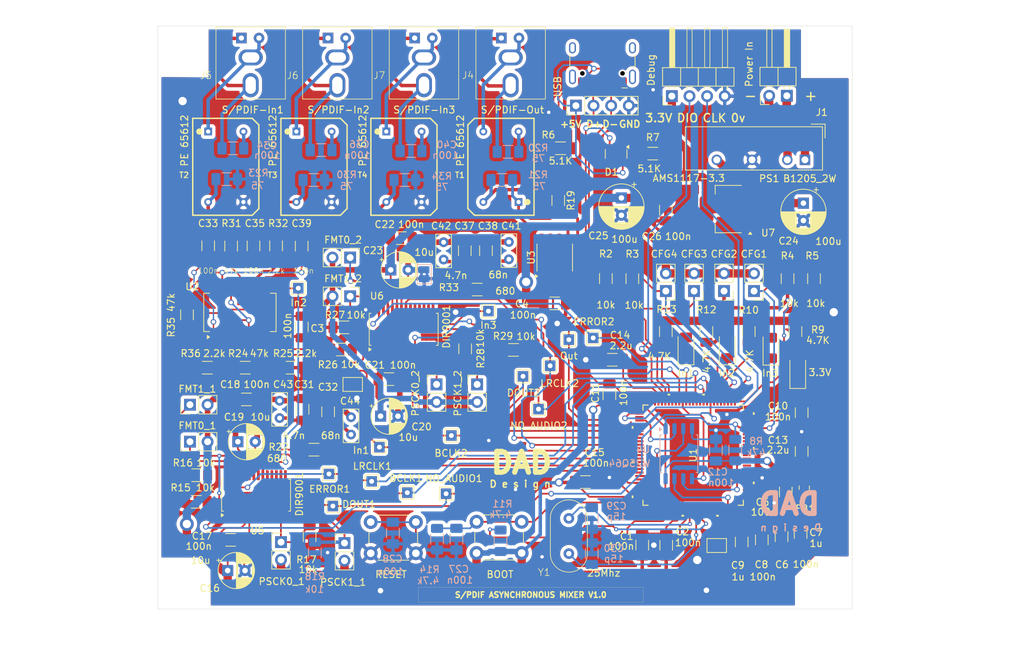
<source format=kicad_pcb>
(kicad_pcb (version 20241229) (generator "pcbnew") (generator_version "9.0")
  (layers (0 "F.Cu" signal) (2 "B.Cu" signal) (13 "F.Paste" user) (15 "B.Paste" user) (5 "F.SilkS" user "F.Silkscreen") (7 "B.SilkS" user "B.Silkscreen") (1 "F.Mask" user) (3 "B.Mask" user) (25 "Edge.Cuts" user))
  (net 0 "")
  (net 1 "GND")
  (net 2 "+3.3V")
  (net 3 "Net-(U1B-VDDA)")
  (net 4 "Net-(U1B-VSSA)")
  (net 5 "Net-(U1B-VCAP1)")
  (net 6 "Net-(U1B-VCAP2)")
  (net 7 "GNDA1")
  (net 8 "Net-(PS1-+Vout)")
  (net 9 "Net-(U1A-BOOT0)")
  (net 10 "Net-(U1A-NRST)")
  (net 11 "Net-(U1A-PH0-OSC_IN-RCC_OSC_IN)")
  (net 12 "Net-(U1A-PH1-OSC_OUT-RCC_OSC_OUT)")
  (net 13 "Net-(U5A-FILT)")
  (net 14 "Net-(C32-Pad1)")
  (net 15 "Net-(T2-SA)")
  (net 16 "Net-(C33-Pad1)")
  (net 17 "Net-(T2-AB)")
  (net 18 "Net-(J5-In)")
  (net 19 "Net-(T3-SA)")
  (net 20 "Net-(C35-Pad1)")
  (net 21 "Net-(T3-AB)")
  (net 22 "Net-(J6-In)")
  (net 23 "Net-(U6A-FILT)")
  (net 24 "Net-(C38-Pad1)")
  (net 25 "Net-(C39-Pad1)")
  (net 26 "Net-(T4-SA)")
  (net 27 "Net-(J7-In)")
  (net 28 "Net-(T4-AB)")
  (net 29 "/STM32/USB D+")
  (net 30 "/STM32/USB D-")
  (net 31 "Net-(D1-VCC)")
  (net 32 "Net-(D2-A)")
  (net 33 "Net-(D3-K)")
  (net 34 "Net-(D3-A)")
  (net 35 "Net-(D4-A)")
  (net 36 "Net-(D4-K)")
  (net 37 "Net-(D5-A)")
  (net 38 "Net-(D5-K)")
  (net 39 "Net-(J1-12V)")
  (net 40 "Net-(J1-0V)")
  (net 41 "Net-(J2-Pin_3)")
  (net 42 "Net-(J2-Pin_2)")
  (net 43 "Net-(J3-CC1)")
  (net 45 "Net-(J3-CC2)")
  (net 48 "Net-(J4-Ext)")
  (net 49 "Net-(J4-In)")
  (net 50 "Net-(J5-Ext)")
  (net 51 "Net-(J6-Ext)")
  (net 52 "Net-(J7-Ext)")
  (net 53 "Net-(JP1-A)")
  (net 54 "Net-(JP2-A)")
  (net 55 "Net-(JP3-A)")
  (net 56 "Net-(JP4-A)")
  (net 57 "Net-(JP5-A)")
  (net 58 "Net-(JP6-A)")
  (net 59 "Net-(JP7-A)")
  (net 60 "Net-(JP8-A)")
  (net 61 "Net-(JP9-A)")
  (net 62 "Net-(JP10-A)")
  (net 63 "Net-(JP11-A)")
  (net 64 "Net-(JP12-A)")
  (net 65 "Net-(U1A-PB10-QUADSPI_BK1_NCS)")
  (net 66 "Net-(T1-AB)")
  (net 67 "Net-(U3A-Z)")
  (net 68 "Net-(T1-SA)")
  (net 69 "Net-(T1-AA)")
  (net 70 "Net-(R24-Pad1)")
  (net 71 "Net-(R31-Pad1)")
  (net 72 "Net-(R35-Pad1)")
  (net 73 "BCLK1")
  (net 74 "LRCLK1")
  (net 75 "DOUT1")
  (net 76 "ERROR1")
  (net 77 "NO_AUDIO1")
  (net 78 "SPDIF-Out")
  (net 79 "SPDIF-In1")
  (net 80 "BCLK2")
  (net 81 "LRCLK2")
  (net 82 "DOUT2")
  (net 83 "ERROR2")
  (net 84 "NO_AUDIO2")
  (net 85 "Net-(U5A-RXIN)")
  (net 86 "Net-(U6A-RXIN)")
  (net 88 "Net-(U1A-PA01-QUADSPI_BK1_IO3)")
  (net 93 "RESET2")
  (net 94 "Net-(U1A-PC10-QUADSPI_BK1_IO1)")
  (net 114 "Net-(U1A-PC09-QUADSPI_BK1_IO0)")
  (net 130 "Net-(U1A-PB02-QUADSPI_CLK)")
  (net 135 "RESET1")
  (net 141 "Net-(U1A-PE02-QUADSPI_BK1_IO2)")
  (net 164 "GNDA2")
  (footprint "Capacitor_THT:C_Rect_L4.6mm_W2.0mm_P2.50mm_MKS02_FKP02" (layer "F.Cu") (at 60.833 86.467 90)
    (property "Reference" "C44")
    (property "Value" "68n")
  )
  (footprint "Capacitor_THT:CP_Radial_D5.0mm_P2.50mm" (layer "F.Cu") (at 44.535 87.503)
    (property "Reference" "C19")
    (property "Value" "10u")
  )
  (footprint "Local:CINCH_RCA" (layer "F.Cu") (at 58.860266 32.1188)
    (property "Reference" "J6")
    (property "Value" "S/PDIF-In2")
  )
  (footprint "Jumper:SolderJumper-2_P1.3mm_Bridged2Bar_Pad1.0x1.5mm" (layer "F.Cu") (at 113.4976 102.4636 180)
    (property "Reference" "R38" (hide yes))
    (property "Value" "0" (hide yes))
  )
  (footprint "Capacitor_SMD:C_1206_3216Metric_Pad1.33x1.80mm_HandSolder" (layer "F.Cu") (at 68.072 58.166)
    (property "Reference" "C22")
    (property "Value" "100n")
  )
  (footprint "TestPoint:TestPoint_THTPad_1.5x1.5mm_Drill0.7mm" (layer "F.Cu") (at 58.2168 96.774)
    (property "Reference" "TP3" (hide yes))
    (property "Value" "DOUT1")
  )
  (footprint "Resistor_SMD:R_1206_3216Metric_Pad1.30x1.75mm_HandSolder" (layer "F.Cu") (at 112.014 71.628 -90)
    (property "Reference" "R12")
    (property "Value" "4.7K")
  )
  (footprint "Resistor_SMD:R_1206_3216Metric_Pad1.30x1.75mm_HandSolder" (layer "F.Cu") (at 38.627 92.329 180)
    (property "Reference" "R16")
    (property "Value" "10k")
  )
  (footprint "Resistor_SMD:R_1206_3216Metric_Pad1.30x1.75mm_HandSolder" (layer "F.Cu") (at 97.536 63.982 90)
    (property "Reference" "R2")
    (property "Value" "10k")
  )
  (footprint "Capacitor_SMD:C_1206_3216Metric_Pad1.33x1.80mm_HandSolder" (layer "F.Cu") (at 57.531 83.185 90)
    (property "Reference" "C32")
    (property "Value" "68n" (hide yes))
  )
  (footprint "Connector_PinHeader_2.54mm:PinHeader_1x04_P2.54mm_Vertical" (layer "F.Cu") (at 93.218 39.0652 90)
    (property "Reference" "REF**" (hide yes))
    (property "Value" "USB")
  )
  (footprint "Resistor_SMD:R_1206_3216Metric_Pad1.30x1.75mm_HandSolder" (layer "F.Cu") (at 101.346 64.008 90)
    (property "Reference" "R3")
    (property "Value" "10k")
  )
  (footprint "Capacitor_SMD:C_1206_3216Metric_Pad1.33x1.80mm_HandSolder" (layer "F.Cu") (at 125.73 88.9 90)
    (property "Reference" "C13")
    (property "Value" "2.2u")
  )
  (footprint "Local:Converter_DCDC_TRACO_TBA1-xxxxE_Single_THT" (layer "F.Cu") (at 126.2065 46.8775 -90)
    (property "Reference" "PS1")
    (property "Value" "B1205_2W")
  )
  (footprint "Resistor_SMD:R_1206_3216Metric_Pad1.30x1.75mm_HandSolder" (layer "F.Cu") (at 118.11 71.628 -90)
    (property "Reference" "R10")
    (property "Value" "4.7K")
  )
  (footprint "Connector_PinHeader_2.54mm:PinHeader_1x02_P2.54mm_Vertical" (layer "F.Cu") (at 114.554 65.786 180)
    (property "Reference" "JP2" (hide yes))
    (property "Value" "CFG2")
  )
  (footprint "Connector_PinHeader_2.54mm:PinHeader_1x02_P2.54mm_Vertical" (layer "F.Cu") (at 78.994 79.243)
    (property "Reference" "JP9" (hide yes))
    (property "Value" "PSCK1_2")
  )
  (footprint "Resistor_SMD:R_1206_3216Metric_Pad1.30x1.75mm_HandSolder" (layer "F.Cu") (at 54.864 101.1676 -90)
    (property "Reference" "R17")
    (property "Value" "10k")
  )
  (footprint "Capacitor_THT:C_Rect_L4.6mm_W2.0mm_P2.50mm_MKS02_FKP02" (layer "F.Cu") (at 50.546 84.0925 90)
    (property "Reference" "C43")
    (property "Value" "4.7n")
  )
  (footprint "Local:CINCH_RCA" (layer "F.Cu") (at 83.82 32.1188)
    (property "Reference" "J4")
    (property "Value" "S/PDIF-Out")
  )
  (footprint "Local:PE-65612" (layer "F.Cu") (at 55.499 47.879 -90)
    (property "Reference" "T3")
    (property "Value" "PE 65612")
  )
  (footprint "Capacitor_SMD:C_1206_3216Metric_Pad1.33x1.80mm_HandSolder" (layer "F.Cu") (at 46.7868 59.2836 90)
    (property "Reference" "C35")
    (property "Value" "100n")
  )
  (footprint "Capacitor_SMD:C_1206_3216Metric_Pad1.33x1.80mm_HandSolder" (layer "F.Cu") (at 125.73 83.312 -90)
    (property "Reference" "C10")
    (property "Value" "100n")
  )
  (footprint "Resistor_SMD:R_1206_3216Metric_Pad1.30x1.75mm_HandSolder" (layer "F.Cu") (at 90.678 52.7304 -90)
    (property "Reference" "R19")
    (property "Value" "75")
  )
  (footprint "Connector_PinHeader_2.54mm:PinHeader_1x02_P2.54mm_Vertical" (layer "F.Cu") (at 110.236 65.786 180)
    (property "Reference" "JP3" (hide yes))
    (property "Value" "CFG3")
  )
  (footprint "Capacitor_SMD:C_1206_3216Metric_Pad1.33x1.80mm_HandSolder" (layer "F.Cu") (at 106.2228 102.4251 90)
    (property "Reference" "C2")
    (property "Value" "100n")
  )
  (footprint "Resistor_SMD:R_1206_3216Metric_Pad1.30x1.75mm_HandSolder" (layer "F.Cu") (at 43.561 59.309 -90)
    (property "Reference" "R31")
    (property "Value" "47k")
  )
  (footprint "Capacitor_SMD:C_1206_3216Metric_Pad1.33x1.80mm_HandSolder" (layer "F.Cu") (at 45.765 81.407)
    (property "Reference" "C18")
    (property "Value" "100n")
  )
  (footprint "Connector_PinHeader_2.54mm:PinHeader_1x02_P2.54mm_Horizontal" (layer "F.Cu") (at 121.0564 37.6428 90)
    (property "Reference" "J1")
    (property "Value" "Power In")
  )
  (footprint "Local:LQFP100-14x14mm" (layer "F.Cu") (at 110.106 89.439999 90)
    (property "Reference" "U1")
    (property "Value" "STM32H743VIT6")
  )
  (footprint "MountingHole:MountingHole_3.2mm_M3" (layer "F.Cu") (at 36.6268 107.8992)
    (property "Reference" "REF**" (hide yes))
    (property "Value" "MountingHole_3.2mm_M3")
  )
  (footprint "Capacitor_THT:CP_Radial_D6.3mm_P2.50mm" (layer "F.Cu") (at 99.7712 52.364 -90)
    (property "Reference" "C25")
    (property "Value" "100u")
  )
  (footprint "TestPoint:TestPoint_THTPad_1.5x1.5mm_Drill0.7mm" (layer "F.Cu") (at 53.2384 65.3796)
    (property "Reference" "TP13" (hide yes))
    (property "Value" "In2")
  )
  (footprint "Package_TO_SOT_SMD:SOT-143" (layer "F.Cu") (at 99.0092 46.0248 -90)
    (property "Reference" "D1")
    (property "Value" "PRTR5V0U2X" (hide yes))
  )
  (footprint "Capacitor_THT:CP_Radial_D6.3mm_P2.50mm" (layer "F.Cu") (at 125.984 53.126 -90)
    (property "Reference" "C24")
    (property "Value" "100u")
  )
  (footprint "Connector_PinHeader_2.54mm:PinHeader_1x02_P2.54mm_Vertical" (layer "F.Cu") (at 106.172 65.786 180)
    (property "Reference" "JP4" (hide yes))
    (property "Value" "CFG4")
  )
  (footprint "TestPoint:TestPoint_THTPad_1.5x1.5mm_Drill0.7mm" (layer "F.Cu") (at 57.658 92.1512)
    (property "Reference" "TP4" (hide yes))
    (property "Value" "ERROR1")
  )
  (footprint "Connector_PinHeader_2.54mm:PinHeader_1x02_P2.54mm_Vertical" (layer "F.Cu") (at 37.637 82.169 90)
    (property "Reference" "JP7" (hide yes))
    (property "Value" "FMT1_1")
  )
  (footprint "Local:TSSOP-28-1EP_4.4x9.7mm_P0.65mm_EP2.85x6.7mm" (layer "F.Cu") (at 47.158 95.1915 90)
    (property "Reference" "U5")
    (property "Value" "DIR9001")
  )
  (footprint "Capacitor_SMD:C_1206_3216Metric_Pad1.33x1.80mm_HandSolder" (layer "F.Cu") (at 53.721 59.309 90)
    (property "Reference" "C39")
    (property "Value" "100n")
  )
  (footprint "Capacitor_SMD:C_1206_3216Metric_Pad1.33x1.80mm_HandSolder" (layer "F.Cu") (at 98.4627 75.692 180)
    (property "Reference" "C14")
    (property "Value" "2.2u")
  )
  (footprint "Package_SO:SOIC-8_3.9x4.9mm_P1.27mm" (layer "F.Cu") (at 90.17 60.96 90)
    (property "Reference" "U3")
    (property "Value" "MAX3490")
  )
  (footprint "Resistor_SMD:R_1206_3216Metric_Pad1.30x1.75mm_HandSolder" (layer "F.Cu") (at 38.5572 96.1644 180)
    (property "Reference" "R15")
    (property "Value" "10k")
  )
  (footprint "Capacitor_SMD:C_1206_3216Metric_Pad1.33x1.80mm_HandSolder" (layer "F.Cu") (at 43.4848 101.6508)
    (property "Reference" "C17")
    (property "Value" "100n")
  )
  (footprint "Resistor_SMD:R_1206_3216Metric_Pad1.30x1.75mm_HandSolder" (layer "F.Cu") (at 127.508 64.008 90)
    (property "Reference" "R5")
    (property "Value" "10k")
  )
  (footprint "LED_SMD:LED_1206_3216Metric_Pad1.42x1.75mm_HandSolder" (layer "F.Cu") (at 125.1712 77.3684 90)
    (property "Reference" "D2" (hide yes))
    (property "Value" "3.3V")
  )
  (footprint "Capacitor_SMD:C_1206_3216Metric_Pad1.33x1.80mm_HandSolder" (layer "F.Cu") (at 94.5896 93.3196)
    (property "Reference" "C15")
    (property "Value" "100n")
  )
  (footprint "Local:TSSOP-28-1EP_4.4x9.7mm_P0.65mm_EP2.85x6.7mm" (layer "F.Cu") (at 68.419 71.3055 90)
    (property "Reference" "U6")
    (property "Value" "DIR9001")
  )
  (footprint "Resistor_SMD:R_1206_3216Metric_Pad1.30x1.75mm_HandSolder" (layer "F.Cu") (at 106.172 71.628 -90)
    (property "Reference" "R13")
    (property "Value" "4.7K")
  )
  (footprint "LED_SMD:LED_1206_3216Metric_Pad1.42x1.75mm_HandSolder" (layer "F.Cu") (at 109.0676 73.9648 90)
    (property "Reference" "D5" (hide yes))
    (property "Value" "In1")
  )
  (footprint "Capacitor_SMD:C_1206_3216Metric_Pad1.33x1.80mm_HandSolder" (layer "F.Cu") (at 90.17 67.564)
    (property "Reference" "C4")
    (property "Value" "100n")
  )
  (footprint "Package_TO_SOT_SMD:SOT-223-3_TabPin2" (layer "F.Cu") (at 115.189 53.975 180)
    (property "Reference" "U7")
    (property "Value" "AMS1117-3.3")
  )
  (footprint "TestPoint:TestPoint_THTPad_1.5x1.5mm_Drill0.7mm" (layer "F.Cu") (at 89.5096 76.5556)
    (property "Reference" "TP9" (hide yes))
    (property "Value" "LRCLK2")
  )
  (footprint "TestPoint:TestPoint_THTPad_1.5x1.5mm_Drill0.7mm" (layer "F.Cu") (at 85.598 78.0796)
    (property "Reference" "TP10" (hide yes))
    (property "Value" "DOUT2")
  )
  (footprint "Capacitor_THT:CP_Radial_D5.0mm_P2.50mm" (layer "F.Cu") (at 43.0676 106.0704)
    (property "Reference" "C16")
    (property "Value" "10u")
  )
  (footprint "Resistor_SMD:R_1206_3216Metric_Pad1.30x1.75mm_HandSolder" (layer "F.Cu") (at 50.038 59.2836 -90)
    (property "Reference" "R32")
    (property "Value" "2.2k")
  )
  (footprint "Capacitor_SMD:C_1206_3216Metric_Pad1.33x1.80mm_HandSolder" (layer "F.Cu") (at 106.172 54.102 -90)
    (property "Reference" "C26")
    (property "Value" "100n")
  )
  (footprint "Capacitor_THT:CP_Radial_D5.0mm_P2.50mm" (layer "F.Cu") (at 66.548 62.738)
    (property "Reference" "C23")
    (property "Value" "10u")
  )
  (footprint "Local:PE-65612" (layer "F.Cu") (at 42.799 47.879 -90)
    (property "Reference" "T2")
    (property "Value" "PE 65612")
  )
  (footprint "MountingHole:MountingHole_3.2mm_M3" (layer "F.Cu") (at 36.6268 31.1912)
    (property "Reference" "REF**" (hide yes))
    (property "Value" "MountingHole_3.2mm_M3")
  )
  (footprint "Local:PE-65612" (layer "F.Cu") (at 82.423 47.879 90)
    (property "Reference" "T1")
    (property "Value" "PE 65612")
  )
  (footprint "Resistor_SMD:R_1206_3216Metric_Pad1.30x1.75mm_HandSolder" (layer "F.Cu") (at 77.2668 74.1172 90)
    (property "Reference" "R28")
    (property "Value" "10k")
  )
  (footprint "Resistor_SMD:R_1206_3216Metric_Pad1.30x1.75mm_HandSolder" (layer "F.Cu") (at 52.197 76.835 180)
    (property "Reference" "R25")
    (property "Value" "2.2k")
  )
  (footprint "Capacitor_SMD:C_1206_3216Metric_Pad1.33x1.80mm_HandSolder" (layer "F.Cu") (at 80.264 59.9825 90)
    (property "Reference" "C38")
    (property "Value" "68n")
  )
  (footprint "Local:PE-65612" (layer "F.Cu") (at 68.453 47.879 -90)
    (property "Reference" "T4")
    (property "Value" "PE 65612")
  )
  (footprint "Connector_PinHeader_2.54mm:PinHeader_1x02_P2.54mm_Vertical" (layer "F.Cu") (at 60.711 66.548 -90)
    (property "Reference" "JP11" (hide yes))
    (property "Value" "FMT1_2")
  )
  (footprint "Resistor_SMD:R_1206_3216Metric_Pad1.30x1.75mm_HandSolder" (layer "F.Cu") (at 59.462 74.2188 180)
    (property "Reference" "R26")
    (property "Value" "10k")
  )
  (footprint "Resistor_SMD:R_1206_3216Metric_Pad1.30x1.75mm_HandSolder" (layer "F.Cu") (at 55.499 88.646)
    (property "Reference" "R22")
    (property "Value" "680")
  )
  (footprint "TestPoint:TestPoint_THTPad_1.5x1.5mm_Drill0.7mm" (layer "F.Cu") (at 68.9356 94.8436)
    (property "Reference" "TP1" (hide yes))
    (property "Value" "BCLK1")
  )
  (footprint "TestPoint:TestPoint_THTPad_1.5x1.5mm_Drill0.7mm" (layer "F.Cu") (at 87.8332 82.804 180)
    (property "Reference" "TP12" (hide yes))
    (property "Value" "NO_AUDIO2")
  )
  (footprint "Package_SO:SO-14_5.3x10.2mm_P1.27mm" (layer "F.Cu") (at 44.831 68.8675 90)
    (property "Reference" "U2")
    (property "Value" "74HC04" (hide yes))
  )
  (footprint "Local:CINCH_RCA" (layer "F.Cu") (at 71.340132 32.1188)
    (property "Reference" "J7")
    (property "Value" "S/PDIF-In3")
  )
  (footprint "TestPoint:TestPoint_THTPad_1.5x1.5mm_Drill0.7mm" (layer "F.Cu") (at 75.2856 86.614 180)
    (property "Reference" "TP8" (hide yes))
    (property "Value" "BCLK2")
  )
  (footprint "Connector_PinHeader_2.54mm:PinHeader_1x02_P2.54mm_Vertical" (layer "F.Cu") (at 73.152 79.243)
    (property "Reference" "JP10" (hide yes))
    (property "Value" "PSCK0_2")
  )
  (footprint "Capacitor_SMD:C_0805_2012Metric_Pad1.18x1.45mm_HandSolder" (layer "F.Cu") (at 126.111 94.1285 90)
    (property "Reference" "FB1")
    (property "Value" "1K 100MHz" (hide yes))
  )
  (footprint "Local:Quartz" (layer "F.Cu") (at 92.202 98.552)
    (property "Reference" "Y1")
    (property "Value" "25Mhz")
  )
  (footprint "Resistor_SMD:R_1206_3216Metric_Pad1.30x1.75mm_HandSolder" (layer "F.Cu") (at 123.698 64.008 90)
    (property "Reference" "R4")
    (property "Value" "10k")
  )
  (footprint "Capacitor_SMD:C_1206_3216Metric_Pad1.33x1.80mm_HandSolder" (layer "F.Cu") (at 102.7684 102.4128 90)
    (property "Reference" "C1")
    (property "Value" "100n")
  )
  (footprint "Button_Switch_THT:SW_PUSH_6mm_H5mm" (layer "F.Cu") (at 85.4096 103.5452 180)
    (property "Reference" "SW1" (hide yes))
    (property "Value" "BOOT")
  )
  (footprint "TestPoint:TestPoint_THTPad_1.5x1.5mm_Drill0.7mm" (layer "F.Cu") (at 95.7072 72.5424 180)
    (property "Reference" "TP11" (hide yes))
    (property "Value" "ERROR2")
  )
  (footprint "Resistor_SMD:R_1206_3216Metric_Pad1.30x1.75mm_HandSolder" (layer "F.Cu") (at 37.211 69.215 90)
    (property "Reference" "R35")
    (property "Value" "47k")
  )
  (footprint "TestPoint:TestPoint_THTPad_1.5x1.5mm_Drill0.7mm" (layer "F.Cu") (at 74.5236 94.996)
    (property "Reference" "TP5" (hide yes))
    (property "Value" "NO_AUDIO1")
  )
  (footprint "MountingHole:MountingHole_3.2mm_M3" (layer "F.Cu") (at 129.4892 31.0896)
    (property "Reference" "REF**" (hide yes))
    (property "Value" "MountingHole_3.2mm_M3")
  )
  (footprint "Capacitor_SMD:C_1206_3216Metric_Pad1.33x1.80mm_HandSolder" (layer "F.Cu") (at 66.294 78.486)
    (property "Reference" "C21")
    (property "Value" "100n")
  )
  (footprint "Resistor_SMD:R_1206_3216Metric_Pad1.30x1.75mm_HandSolder" (layer "F.Cu") (at 104.2924 45.974)
    (property "Reference" "R7")
    (property "Value" "5.1K")
  )
  (footprint "LED_SMD:LED_1206_3216Metric_Pad1.42x1.75mm_HandSolder" (layer "F.Cu") (at 121.3104 74.0013 90)
    (property "Reference" "D3" (hide yes))
    (property "Value" "In3")
  )
  (footprint "Capacitor_THT:C_Rect_L4.6mm_W2.0mm_P2.50mm_MKS02_FKP02" (layer "F.Cu") (at 74.168 61.2525 90)
    (property "Reference" "C42")
    (property "Value" "4.7n" (hide yes))
  )
  (footprint "Capacitor_SMD:C_1206_3216Metric_Pad1.33x1.80mm_HandSolder" (layer "F.Cu") (at 53.848 82.8425 90)
    (property "Reference" "C31")
    (property "Value" "4.7n" (hide yes))
  )
  (footprint "TestPoint:TestPoint_THTPad_1.5x1.5mm_Drill0.7mm" (layer "F.Cu") (at 63.8048 93.218 180)
    (property "Reference" "TP2" (hide yes))
    (property "Value" "LRCLK1")
  )
  (footprint "Connector_PinHeader_2.54mm:PinHeader_1x02_P2.54mm_Vertical" (layer "F.Cu") (at 118.872 65.786 180)
    (property "Reference" "JP1" (hide yes))
    (property "Value" "CFG1")
  )
  (footprint "Capacitor_SMD:C_1206_3216Metric_Pad1.33x1.80mm_HandSolder" (layer "F.Cu") (at 122.8344 101.1936 -90)
    (property "Reference" "C6")
    (property "Value" "100n")
  )
  (footprint "Capacitor_SMD:C_1206_3216Metric_Pad1.33x1.80mm_HandSolder" (layer "F.Cu") (at 40.259 59.2705 90)
    (property "Reference" "C33")
    (property "Value" "100n")
  )
  (footprint "Local:CINCH_RCA" (layer "F.Cu") (at 46.3804 32.1188)
    (property "Reference" "J5")
    (property "Value" "S/PDIF-In1")
  )
  (footprint "Resistor_SMD:R_1206_3216Metric_Pad1.30x1.75mm_HandSolder" (layer "F.Cu") (at 45.593 76.835 180)
    (property "Reference" "R24")
    (property "Value" "47k")
  )
  (footprint "Connector_PinHeader_2.54mm:PinHeader_1x02_P2.54mm_Vertical" (layer "F.Cu") (at 37.637 87.503 90)
    (property "Reference" "JP8" (hide yes))
    (property "Value" "FMT0_1")
  )
  (footprint "Capacitor_SMD:C_1206_3216Metric_Pad1.33x1.80mm_HandSolder" (layer "F.Cu") (at 53.7464 70.9676 -90)
    (property "Reference" "C3")
    (property "Value" "100n")
  )
  (footprint "Resistor_SMD:R_1206_3216Metric_Pad1.30x1.75mm_HandSolder" (layer "F.Cu") (at 84.2264 74.2696)
    (property "Reference" "R29")
    (property "Value" "10k")
  )
  (footprint "Capacitor_SMD:C_1206_3216Metric_Pad1.33x1.80mm_HandSolder" (layer "F.Cu") (at 98.044 80.7212 90)
    (property "Reference" "C11")
    (property "Value" "100n")
  )
  (footprint "Resistor_SMD:R_1206_3216Metric_Pad1.30x1.75mm_HandSolder" (layer "F.Cu") (at 78.994 65.5705)
    (property "Reference" "R33")
    (property "Value" "680")
  )
  (footprint "Connector_PinHeader_2.54mm:PinHeader_1x02_P2.54mm_Vertical" (layer "F.Cu") (at 50.7492 101.976)
    (property "Reference" "JP6" (hide yes))
    (property "Value" "PSCK0_1")
  )
  (footprint "Resistor_SMD:R_1206_3216Metric_Pad1.30x1.75mm_HandSolder" (layer "F.Cu") (at 124.841 71.628 -90)
    (property "Reference" "R9")
    (property "Value" "4.7K")
  )
  (footprint "Resistor_SMD:R_1206_3216Metric_Pad1.30x1.75mm_HandSolder" (layer "F.Cu") (at 40.132 76.835 180)
    (property "Reference" "R36")
    (property "Value" "2.2k")
  )
  (footprint "Resistor_SMD:R_1206_3216Metric_Pad1.30x1.75mm_HandSolder" (layer "F.Cu") (at 91.0076 45.212)
    (property "Reference" "R6")
    (property "Value" "5.1K")
  )
  (footprint "Connector_PinHeader_2.54mm:PinHeader_1x02_P2.54mm_Vertical" (layer "F.Cu") (at 59.8932 102.103)
    (property "Reference" "JP5" (hide yes))
    (property "Value" "PSCK1_1")
  )
  (footprint "Capacitor_SMD:C_1206_3216Metric_Pad1.33x1.80mm_HandSolder" (layer "F.Cu") (at 119.9896 101.6508 -90)
    (property "Reference" "C8")
    (property "Value" "100n")
  )
  (footprint "MountingHole:MountingHole_3.2mm_M3" (layer "F.Cu") (at 129.3876 107.8484)
    (property "Reference" "REF**" (hide yes))
    (property "Value" "MountingHole_3.2mm_M3")
  )
  (footprint "Capacitor_THT:C_Rect_L4.6mm_W2.0mm_P2.50mm_MKS02_FKP02" (layer "F.Cu") (at 83.566 61.2125 90)
    (property "Reference" "C41")
    (property "Value" "68n" (hide yes))
  )
  (footprint "LED_SMD:LED_1206_3216Metric_Pad1.42x1.75mm_HandSolder" (layer "F.Cu") (at 115.0112 73.9648 90)
    (property "Reference" "D4" (hide yes))
    (property "Value" "In2")
  )
  (footprint "Connector_PinHeader_2.54mm:PinHeader_1x02_P2.54mm_Vertical" (layer "F.Cu") (at 60.706 60.96 -90)
    (property "Reference" "JP12" (hide yes))
    (property "Value" "FMT0_2")
  )
  (footprint "TestPoint:TestPoint_THTPad_1.5x1.5mm_Drill0.7mm" (layer "F.Cu") (at 64.9224 88.2904)
    (property "Reference" "TP7" (hide yes))
    (property "Value" "In1")
  )
  (footprint "Jumper:SolderJumper-2_P1.3mm_Bridged2Bar_Pad1.0x1.5mm" (layer "F.Cu") (at 61.072 79.248 180)
    (property "Reference" "R1" (hide yes))
    (property "Value" "0" (hide yes))
  )
  (footprint "Connector_PinHeader_2.54mm:PinHeader_1x04_P2.54mm_Horizontal" (layer "F.Cu") (at 107.0356 37.6936 90)
    (property "Reference" "J2" (hide yes))
    (property "Value" "Debug")
  )
  (footprint "Button_Switch_THT:SW_PUSH_6mm_H5mm" (layer "F.Cu") (at 63.6696 99.0812)
    (property "Reference" "SW2" (hide yes))
    (property "Value" "RESET")
  )
  (footprint "TestPoint:TestPoint_THTPad_1.5x1.5mm_Drill0.7mm" (layer "F.Cu") (at 80.6196 68.6816)
    (property "Reference" "TP14" (hide yes))
    (property "Value" "In3")
  )
  (footprint "TestPoint:TestPoint_THTPad_1.5x1.5mm_Drill0.7mm" (layer "F.Cu") (at 92.202 72.7964)
    (property "Reference" "TP6" (hide yes))
    (property "Value" "Out")
  )
  (footprint "Capacitor_SMD:C_1206_3216Metric_Pad1.33x1.80mm_HandSolder" (layer "F.Cu") (at 123.444 94.742 -90)
    (property "Reference" "C5")
    (property "Value" "100n")
  )
  (footprint "Capacitor_THT:CP_Radial_D5.0mm_P2.50mm" (layer "F.Cu") (at 65.088888 83.82)
    (property "Reference" "C20")
    (property "Value" "10u")
  )
  (footprint "Capacitor_SMD:C_1206_3216Metric_Pad1.33x1.80mm_HandSolder" (layer "F.Cu") (at 117.094 101.9556 -90)
    (property "Reference" "C9")
    (property "Value" "1u")
  )
  (footprint "Connector_USB:USB_C_Receptacle_HCTL_HC-TYPE-C-16P-01A" (layer "F.Cu") (at 97.041 31.812 180)
    (property "Reference" "J3" (hide yes))
    (property "Value" "USB_C_Receptacle_USB2.0_16P")
  )
  (footprint "Capacitor_SMD:C_1206_3216Metric_Pad1.33x1.80mm_HandSolder" (layer "F.Cu") (at 77.216 59.9825 90)
    (property "Reference" "C37")
    (property "Value" "4.7n")
  )
  (footprint "Resistor_SMD:R_1206_3216Metric_Pad1.30x1.75mm_HandSolder" (layer "F.Cu") (at 59.7916 71.0184 180)
    (property "Reference" "R27")
    (property "Value" "10k")
  )
  (footprint "Capacitor_SMD:C_1206_3216Metric_Pad1.33x1.80mm_HandSolder" (layer "F.Cu") (at 125.5776 100.7364 -90)
    (property "Reference" "C7")
    (property "Value" "1u")
  )
  (footprint "Resistor_SMD:R_1206_3216Metric_Pad1.30x1.75mm_HandSolder" (layer "B.Cu") (at 83.439 45.72 180)
    (property "Reference" "R20")
    (property "Value" "75")
  )
  (footprint "Capacitor_SMD:C_1206_3216Metric_Pad1.33x1.80mm_HandSolder" (layer "B.Cu") (at 56.515 45.466)
    (property "Reference" "C36")
    (property "Value" "100n")
  )
  (footprint "Resistor_SMD:R_1206_3216Metric_Pad1.30x1.75mm_HandSolder" (layer "B.Cu") (at 82.3616 101.7772 90)
    (property "Reference" "R11")
    (property "Value" "4.7k")
  )
  (footprint "Capacitor_SMD:C_1206_3216Metric_Pad1.33x1.80mm_HandSolder" (layer "B.Cu") (at 66.8676 100.6602 -90)
    (property "Reference" "C28")
    (property "Value" "100n")
  )
  (footprint "Resistor_SMD:R_1206_3216Metric_Pad1.30x1.75mm_HandSolder" (layer "B.Cu") (at 73.2176 101.5492 -90)
    (property "Reference" "R14")
    (property "Value" "4.7k")
  )
  (footprint "Capacitor_SMD:C_1206_3216Metric_Pad1.33x1.80mm_HandSolder" (layer "B.Cu") (at 95.504 98.552 90)
    (property "Reference" "C29")
    (property "Value" "15p")
  )
  (footprint "Jumper:SolderJumper-2_P1.3mm_Bridged2Bar_Pad1.0x1.5mm" (layer "B.Cu") (at 71.374 63.358 -90)
    (property "Reference" "R37" (hide yes))
    (property "Value" "0" (hide yes))
  )
  (footprint "Capacitor_SMD:C_1206_3216Metric_Pad1.33x1.80mm_HandSolder" (layer "B.Cu") (at 43.815 45.212)
    (property "Reference" "C34")
    (property "Value" "100n")
  )
  (footprint "Resistor_SMD:R_1206_3216Metric_Pad1.30x1.75mm_HandSolder" (layer "B.Cu") (at 116.170999 88.7117 90)
    (property "Reference" "R8")
    (property "Value" "47k")
  )
  (footprint "Resistor_SMD:R_1206_3216Metric_Pad1.30x1.75mm_HandSolder" (layer "B.Cu") (at 55.473 49.784)
    (property "Reference" "R30")
    (property "Value" "75")
  )
  (footprint "Resistor_SMD:R_1206_3216Metric_Pad1.30x1.75mm_HandSolder" (layer "B.Cu") (at 42.926 49.657)
    (property "Reference" "R23")
    (property "Value" "75")
  )
  (footprint "Package_SO:SOIC-8_5.23x5.23mm_P1.27mm" (layer "B.Cu") (at 108.042999 89.232999 -90)
    (property "Reference" "U4")
    (property "Value" "W25Q64")
  )
  (footprint "Capacitor_SMD:C_1206_3216Metric_Pad1.33x1.80mm_HandSolder" (layer "B.Cu") (at 95.504 103.632 -90)
    (property "Reference" "C30")
    (property "Value" "15p")
  )
  (footprint "Resistor_SMD:R_1206_3216Metric_Pad1.30x1.75mm_HandSolder" (layer "B.Cu") (at 82.55 49.784)
    (property "Reference" "R21")
    (property "Value" "75")
  )
  (footprint "Resistor_SMD:R_1206_3216Metric_Pad1.30x1.75mm_HandSolder" (layer "B.Cu") (at 55.626 103.5304 -90)
    (property "Reference" "R18")
    (property "Value" "10k")
  )
  (footprint "Capacitor_SMD:C_1206_3216Metric_Pad1.33x1.80mm_HandSolder" (layer "B.Cu") (at 76.0116 101.5492 -90)
    (property "Reference" "C27")
    (property "Value" "100n")
  )
  (footprint "Capacitor_SMD:C_1206_3216Metric_Pad1.33x1.80mm_HandSolder" (layer "B.Cu") (at 69.469 45.593)
    (property "Reference" "C40")
    (property "Value" "100n")
  )
  (footprint "Capacitor_SMD:C_1206_3216Metric_Pad1.33x1.80mm_HandSolder" (layer "B.Cu") (at 113.376999 88.719499 90)
    (property "Reference" "C12")
    (property "Value" "100n")
  )
  (footprint "Resistor_SMD:R_1206_3216Metric_Pad1.30x1.75mm_HandSolder" (layer "B.Cu") (at 68.58 49.784)
    (property "Reference" "R34")
    (property "Value" "75")
  )
  (gr_rect (start 33.02 27.5844) (end 132.9944 111.6076) (stroke (width 0.05)) (fill no) (layer "Edge.Cuts"))
  (gr_text "D e s i g n" (at 80.6704 94.1832 0) (layer "F.SilkS") (effects (font (size 1 1) (thickness 0.2) (bold yes)) (justify left bottom)))
  (gr_text "D+" (at 94.5896 42.3164 0) (layer "F.SilkS") (effects (font (size 1 1) (thickness 0.2) (bold yes)) (justify left bottom)))
  (gr_text "GND" (at 99.314 42.3164 0) (layer "F.SilkS") (effects (font (size 1 1) (thickness 0.2) (bold yes)) (justify left bottom)))
  (gr_text "+5V" (at 90.8304 42.3164 0) (layer "F.SilkS") (effects (font (size 1 1) (thickness 0.2) (bold yes)) (justify left bottom)))
  (gr_text "DIO" (at 107.645142 41.5544 0) (layer "F.SilkS") (effects (font (size 1.2 1.2) (thickness 0.2)) (justify left bottom)))
  (gr_text "D-" (at 96.9264 42.3164 0) (layer "F.SilkS") (effects (font (size 1 1) (thickness 0.2) (bold yes)) (justify left bottom)))
  (gr_text "DAD" (at 80.6196 92.3036 0) (layer "F.SilkS") (effects (font (size 3 3) (thickness 0.75) (bold yes)) (justify left bottom)))
  (gr_text "0v" (at 115.4176 41.5544 0) (layer "F.SilkS") (effects (font (size 1.2 1.2) (thickness 0.2)) (justify left bottom)))
  (gr_text "3.3V" (at 103.0732 41.5544 0) (layer "F.SilkS") (effects (font (size 1.2 1.2) (thickness 0.2)) (justify left bottom)))
  (gr_text "-" (at 117.2972 38.5064 0) (layer "F.SilkS") (effects (font (size 1.5 1.5) (thickness 0.2)) (justify left bottom)))
  (gr_text "+" (at 125.984 38.5064 0) (layer "F.SilkS") (effects (font (size 1.5 1.5) (thickness 0.2)) (justify left bottom)))
  (gr_text "CLK" (at 111.359942 41.5544 0) (layer "F.SilkS") (effects (font (size 1.2 1.2) (thickness 0.2)) (justify left bottom)))
  (gr_text "DAD" (at 128.7272 98.2472 0) (layer "B.SilkS") (effects (font (size 3 3) (thickness 0.75) (bold yes)) (justify left bottom mirror)))
  (gr_text "D e s i g n" (at 128.6764 100.4824 0) (layer "B.SilkS") (effects (font (size 1 1) (thickness 0.2) (bold yes)) (justify left bottom mirror)))
  (gr_text_box "S/PDIF ASYNCHRONOUS MIXER V1.0" (start 70.5104 108.5088) (end 102.9208 110.6424) (margins 0.61 0.61 0.61 0.61) (layer "F.SilkS") (effects (font (size 0.8 0.8) (thickness 0.2) (bold yes)) (justify top)) (border yes) (stroke (width 0.02)))
  (segment (start 89.3064 40.0304) (end 89.3572 39.9796) (width 0.25) (layer "F.Cu") (net 1))
  (segment (start 106.2228 99.822) (end 106.2228 100.8626) (width 0.25) (layer "F.Cu") (net 1))
  (segment (start 42.933 93.606) (end 44.196 94.869) (width 0.25) (layer "F.Cu") (net 1))
  (segment (start 94.6404 75.692) (end 96.9002 75.692) (width 0.25) (layer "F.Cu") (net 1))
  (segment (start 46.183 95.168) (end 46.482 94.869) (width 0.25) (layer "F.Cu") (net 1))
  (segment (start 45.9798 101.6508) (end 46.183 101.4476) (width 0.25) (layer "F.Cu") (net 1))
  (segment (start 68.744 75.605) (end 68.744 74.168) (width 0.25) (layer "F.Cu") (net 1))
  (segment (start 100.241 35.557) (end 100.241 36.5886) (width 0.25) (layer "F.Cu") (net 1))
  (segment (start 45.0473 101.6508) (end 45.9232 101.6508) (width 0.25) (layer "F.Cu") (net 1))
  (segment (start 121.9831 96.3045) (end 121.7676 96.3168) (width 0.25) (layer "F.Cu") (net 1))
  (segment (start 46.183 95.25) (end 46.183 95.168) (width 0.25) (layer "F.Cu") (net 1))
  (segment (start 107.767698 98.9076) (end 107.1372 98.9076) (width 0.25) (layer "F.Cu") (net 1))
  (segment (start 47.483 98.054) (end 47.483 95.25) (width 0.25) (layer "F.Cu") (net 1))
  (segment (start 46.183 101.8032) (end 46.183 103.423) (width 0.25) (layer "F.Cu") (net 1))
  (segment (start 70.4088 70.0024) (end 74.7268 70.0024) (width 0.25) (layer "F.Cu") (net 1))
  (segment (start 47.483 95.108) (end 47.513 95.108) (width 0.25) (layer "F.Cu") (net 1))
  (segment (start 112.8476 102.4636) (end 112.776 102.4636) (width 1.2) (layer "F.Cu") (net 1))
  (segment (start 67.588888 83.82) (end 67.588888 81.255112) (width 0.8) (layer "F.Cu") (net 1))
  (segment (start 46.183 101.7016) (end 46.183 101.8032) (width 0.25) (layer "F.Cu") (net 1))
  (segment (start 53.7464 72.5301) (end 56.0201 72.5301) (width 0.4) (layer "F.Cu") (net 1))
  (segment (start 61.722 79.248) (end 61.722 81.1784) (width 0.5) (layer "F.Cu") (net 1))
  (segment (start 102.7684 100.8503) (end 104.4448 100.8503) (width 0.5) (layer "F.Cu") (net 1))
  (segment (start 47.483 95.25) (end 47.483 95.108) (width 0.25) (layer "F.Cu") (net 1))
  (segment (start 45.9232 101.6508) (end 45.9798 101.6508) (width 0.25) (layer "F.Cu") (net 1))
  (segment (start 93.841 36.4274) (end 93.54 36.7284) (width 0.25) (layer "F.Cu") (net 1))
  (segment (start 47.483 95.011) (end 47.625 94.869) (width 0.25) (layer "F.Cu") (net 1))
  (segment (start 122.5795 95.44) (end 117.856 95.44) (width 0.25) (layer "F.Cu") (net 1))
  (segment (start 90.5256 70.3072) (end 91.5416 69.2912) (width 0.5) (layer "F.Cu") (net 1))
  (segment (start 104.4448 100.8503) (end 106.2105 100.8503) (width 0.5) (layer "F.Cu") (net 1))
  (segment (start 94.6404 75.692) (end 94.6404 77.2668) (width 0.25) (layer "F.Cu") (net 1))
  (segment (start 45.847 94.869) (end 46.228 94.869) (width 0.25) (layer "F.Cu") (net 1))
  (segment (start 46.0306 101.6508) (end 46.183 101.8032) (width 0.25) (layer "F.Cu") (net 1))
  (segment (start 123.31 83.94) (end 117.856 83.94) (width 0.25) (layer "F.Cu") (net 1))
  (segment (start 93.54 36.7284) (end 91.224146 36.7284) (width 0.25) (layer "F.Cu") (net 1))
  (segment (start 91.7325 67.564) (end 91.7325 65.8999) (width 0.25) (layer "F.Cu") (net 1))
  (segment (start 47.752 94.869) (end 48.783 93.838) (width 0.25) (layer "F.Cu") (net 1))
  (segment (start 90.5256 70.4596) (end 90.5256 70.3072) (width 0.5) (layer "F.Cu") (net 1))
  (segment (start 48.641 72.33) (end 53.5463 72.33) (width 0.4) (layer "F.Cu") (net 1))
  (segment (start 47.513 95.108) (end 47.752 94.869) (width 0.25) (layer "F.Cu") (net 1))
  (segment (start 74.7268 70.0024) (end 75.8952 68.834) (width 0.25) (layer "F.Cu") (net 1))
  (segment (start 70.044 69.6376) (end 70.4088 70.0024) (width 0.25) (layer "F.Cu") (net 1))
  (segment (start 93.841 35.557) (end 93.841 36.4274) (width 0.25) (layer "F.Cu") (net 1))
  (segment (start 125.73 84.8745) (end 124.2445 84.8745) (width 0.25) (layer "F.Cu") (net 1))
  (segment (start 100.241 36.5886) (end 100.4824 36.83) (width 0.25) (layer "F.Cu") (net 1))
  (segment (start 96.8125 92.6592) (end 96.1521 93.3196) (width 0.25) (layer "F.Cu") (net 1))
  (segment (start 123.444 96.3045) (end 122.5795 95.44) (width 0.25) (layer "F.Cu") (net 1))
  (segment (start 47.483 95.108) (end 47.483 95.011) (width 0.25) (layer "F.Cu") (net 1))
  (segment (start 46.183 95.25) (end 46.183 95.205) (width 0.25) (layer "F.Cu") (net 1))
  (segment (start 96.5323 79.1587) (end 98.044 79.1587) (width 0.25) (layer "F.Cu") (net 1))
  (segment (start 67.8565 80.9875) (end 67.8565 78.486) (width 0.8) (layer "F.Cu") (net 1))
  (segment (start 100.934398 94.939998) (end 99.314 93.3196) (width 0.25) (layer "F.Cu") (net 1))
  (segment (start 67.588888 81.255112) (end 67.8565 80.9875) (width 0.8) (layer "F.Cu") (net 1))
  (segment (start 46.228 94.869) (end 46.482 94.869) (width 0.25) (layer "F.Cu") (net 1))
  (segment (start 121.7676 96.3168) (end 121.9708 96.3168) (width 0.25) (layer "F.Cu") (net 1))
  (segment (start 46.183 94.914) (end 46.228 94.869) (width 0.25) (layer "F.Cu") (net 1))
  (segment (start 108.606 98.069298) (end 107.767698 98.9076) (width 0.25) (layer "F.Cu") (net 1))
  (segment (start 62.9412 68.4784) (end 64.1586 68.4784) (width 0.25) (layer "F.Cu") (net 1))
  (segment (start 104.4448 100.8503) (end 104.4448 102.4128) (width 0.5) (layer "F.Cu") (net 1))
  (segment (start 125.73 86.0552) (end 125.73 87.3375) (width 0.8) (layer "F.Cu") (net 1))
  (segment (start 94.6404 77.2668) (end 96.5323 79.1587) (width 0.25) (layer "F.Cu") (net 1))
  (segment (start 46.183 101.4476) (end 46.183 101.7016) (width 0.25) (layer "F.Cu") (net 1))
  (segment (start 100.4824 36.83) (end 104.2924 36.83) (width 0.25) (layer "F.Cu") (net 1))
  (segment (start 104.606001 81.689999) (end 104.606001 80.790701) (width 0.25) (layer "F.Cu") (net 1))
  (segment (start 67.8565 76.4925) (end 68.744 75.605) (width 0.25) (layer "F.Cu") (net 1))
  (segment (start 47.483 95.25) (end 47.483 94.884) (width 0.25) (layer "F.Cu") (net 1))
  (segment (start 48.783 93.838) (end 48.783 92.329) (width 0.25) (layer "F.Cu") (net 1))
  (segment (start 67.444 74.168) (end 67.444 76.08) (width 0.25) (layer "F.Cu") (net 1))
  (segment (start 47.625 94.869) (end 47.752 94.869) (width 0.25) (layer "F.Cu") (net 1))
  (segment (start 70.044 68.443) (end 70.044 69.6376) (width 0.25) (layer "F.Cu") (net 1))
  (segment (start 104.2924 36.83) (end 104.3432 36.7792) (width 0.25) (layer "F.Cu") (net 1))
  (segment (start 45.440088 104.165912) (end 45.440088 105.2068) (width 0.25) (layer "F.Cu") (net 1))
  (segment (start 61.722 81.1784) (end 61.6712 81.2292) (width 0.5) (layer "F.Cu") (net 1))
  (segment (start 45.9798 101.6508) (end 46.0306 101.6508) (width 0.25) (layer "F.Cu") (net 1))
  (segment (start 47.498 94.869) (end 47.625 94.869) (width 0.25) (layer "F.Cu") (net 1))
  (segment (start 46.482 94.869) (end 47.244 94.869) (width 0.25) (layer "F.Cu") (net 1))
  (segment (start 46.183 95.205) (end 45.847 94.869) (width 0.25) (layer "F.Cu") (net 1))
  (segment (start 110.6932 104.5464) (end 112.776 102.4636) (width 1.2) (layer "F.Cu") (net 1))
  (segment (start 125.73 84.8745) (end 125.73 86.0552) (width 0.8) (layer "F.Cu") (net 1))
  (segment (start 99.7204 80.3656) (end 98.5135 79.1587) (width 0.25) (layer "F.Cu") (net 1))
  (segment (start 91.224146 36.7284) (end 89.3572 38.595346) (width 0.25) (layer "F.Cu") (net 1))
  (segment (start 46.183 95.25) (end 46.183 94.914) (width 0.25) (layer "F.Cu") (net 1))
  (segment (start 104.4448 102.4128) (end 104.4448 102.616) (width 0.5) (layer "F.Cu") (net 1))
  (segment (start 67.8565 76.4925) (end 67.8565 78.486) (width 0.25) (layer "F.Cu") (net 1))
  (segment (start 100.934398 94.939998) (end 102.356 94.939998) (width 0.25) (layer "F.Cu") (net 1))
  (segment (start 91.7325 69.2527) (end 90.5256 70.4596) (width 0.5) (layer "F.Cu") (net 1))
  (segment (start 121.9831 96.3045) (end 123.444 96.3045) (width 0.25) (layer "F.Cu") (net 1))
  (segment (start 44.196 94.869) (end 45.847 94.869) (width 0.25) (layer "F.Cu") (net 1))
  (segment (start 104.1809 80.3656) (end 99.7204 80.3656) (width 0.25) (layer "F.Cu") (net 1))
  (segment (start 98.044 92.6592) (end 96.8125 92.6592) (width 0.25) (layer "F.Cu") (net 1))
  (segment (start 46.183 98.054) (end 46.183 101.4476) (width 0.25) (layer "F.Cu") (net 1))
  (segment (start 99.314 93.3196) (end 96.1521 93.3196) (width 0.25) (layer "F.Cu") (net 1))
  (segment (start 91.7325 67.564) (end 91.7325 69.2527) (width 0.5) (layer "F.Cu") (net 1))
  (segment (start 46.1322 101.6508) (end 46.183 101.7016) (width 0.25) (layer "F.Cu") (net 1))
  (segment (start 45.9232 101.6508) (end 46.1322 101.6508) (width 0.25) (layer "F.Cu") (net 1))
  (segment (start 91.7325 65.8999) (end 92.075 65.5574) (width 0.25) (layer "F.Cu") (net 1))
  (segment (start 46.183 98.054) (end 46.183 95.25) (width 0.25) (layer "F.Cu") (net 1))
  (segment (start 46.183 103.423) (end 45.440088 104.165912) (width 0.25) (layer "F.Cu") (net 1))
  (segment (start 104.606001 80.790701) (end 104.1809 80.3656) (width 0.25) (layer "F.Cu") (net 1))
  (segment (start 92.075 65.5574) (end 92.075 63.435) (width 0.25) (layer "F.Cu") (net 1))
  (segment (start 124.2445 84.8745) (end 123.31 83.94) (width 0.25) (layer "F.Cu") (net 1))
  (segment (start 42.933 92.329) (end 42.933 93.606) (width 0.25) (layer "F.Cu") (net 1))
  (segment (start 67.444 76.08) (end 67.8565 76.4925) (width 0.25) (layer "F.Cu") (net 1))
  (segment (start 47.244 94.869) (end 47.498 94.869) (width 0.25) (layer "F.Cu") (net 1))
  (segment (start 47.483 94.884) (end 47.498 94.869) (width 0.25) (layer "F.Cu") (net 1))
  (segment (start 89.3572 38.595346) (end 89.3064 40.0304) (width 0.25) (layer "F.Cu") (net 1))
  (segment (start 47.483 95.108) (end 47.244 94.869) (width 0.25) (layer "F.Cu") (net 1))
  (segment (start 107.1372 98.9076) (end 106.2228 99.822) (width 0.25) (layer "F.Cu") (net 1))
  (segment (start 108.606 97.189999) (end 108.606 98.069298) (width 0.25) (layer "F.Cu") (net 1))
  (via (at 90.5256 70.4596) (size 1.2) (drill 0.8) (layers "F.Cu" "B.Cu") (net 1))
  (via (at 120.0404 92.71) (size 0.8) (drill 0.5) (layers "F.Cu" "B.Cu") (net 1))
  (via (at 98.044 92.6592) (size 0.8) (drill 0.5) (layers "F.Cu" "B.Cu") (net 1))
  (via (at 84.5312 94.3864) (size 0.8) (drill 0.5) (layers "F.Cu" "B.Cu") (net 1))
  (via (at 88.3412 104.0892) (size 0.8) (drill 0.5) (layers "F.Cu" "B.Cu") (net 1))
  (via (at 113.3856 85.852) (size 0.8) (drill 0.5) (layers "F.Cu" "B.Cu") (net 1))
  (via (at 89.3064 40.0304) (size 0.8) (drill 0.5) (layers "F.Cu" "B.Cu") (net 1))
  (via (at 62.9412 68.4784) (size 0.8) (drill 0.5) (layers "F.Cu" "B.Cu") (net 1))
  (via (at 130.3528 68.834) (size 2) (drill 1.2) (layers "F.Cu" "B.Cu") (net 1))
  (via (at 110.6932 104.5464) (size 2) (drill 1.2) (layers "F.Cu" "B.Cu") (net 1))
  (via (at 112.014 108.9152) (size 1.2) (drill 0.8) (layers "F.Cu" "B.Cu") (net 1))
  (via (at 104.4448 102.4128) (size 1.2) (drill 0.8) (layers "F.Cu" "B.Cu") (net 1))
  (via (at 121.7676 96.3168) (size 0.8) (drill 0.5) (layers "F.Cu" "B.Cu") (net 1))
  (via (at 36.576 38.4048) (size 2) (drill 1.2) (layers "F.Cu" "B.Cu") (net 1))
  (via (at 104.3432 36.7792) (size 0.8) (drill 0.5) (layers "F.Cu" "B.Cu") (net 1))
  (via (at 65.0748 108.966) (size 1.2) (drill 0.8) (layers "F.Cu" "B.Cu") (net 1))
  (via (at 114.9604 83.566) (size 0.8) (drill 0.5) (layers "F.Cu" "B.Cu") (net 1))
  (via (at 61.6712 81.2292) (size 1.2) (drill 0.8) (layers "F.Cu" "B.Cu") (net 1))
  (via (at 80.6704 87.3252) (size 0.8) (drill 0.5) (layers "F.Cu" "B.Cu") (net 1))
  (via (at 75.8952 68.834) (size 1.2) (drill 0.8) (layers "F.Cu" "B.Cu") (net 1))
  (via (at 57.4548 103.4796) (size 0.8) (drill 0.5) (layers "F.Cu" "B.Cu") (net 1))
  (via (at 125.73 86.0552) (size 0.8) (drill 0.5) (layers "F.Cu" "B.Cu") (net 1))
  (via (at 94.6404 75.692) (size 1.2) (drill 0.8) (layers "F.Cu" "B.Cu") (net 1))
  (segment (start 110.201999 87.156999) (end 113.249999 87.156999) (width 0.25) (layer "B.Cu") (net 1))
  (segment (start 113.376999 87.156999) (end 113.376999 85.860601) (width 0.5) (layer "B.Cu") (net 1))
  (segment (start 109.947999 85.632999) (end 109.947999 86.902999) (width 0.25) (layer "B.Cu") (net 1))
  (segment (start 109.947999 86.902999) (end 110.201999 87.156999) (width 0.25) (layer "B.Cu") (net 1))
  (segment (start 113.376999 85.860601) (end 113.3856 85.852) (width 0.5) (layer "B.Cu") (net 1))
  (segment (start 59.8932 105.664) (end 59.8932 105.94) (width 1.2) (layer "F.Cu") (net 2))
  (segment (start 102.7684 103.9753) (end 102.7684 106.3244) (width 0.5) (layer "F.Cu") (net 2))
  (segment (start 66.548 64.262) (end 66.548 62.738) (width 0.25) (layer "F.Cu") (net 2))
  (segment (start 99.1739 82.2837) (end 99.767601 81.689999) (width 0.25) (layer "F.Cu") (net 2))
  (segment (start 111.0488 70.078) (end 112.014 70.078) (width 1.2) (layer "F.Cu") (net 2))
  (segment (start 85.344 106.702) (end 86.4108 106.702) (width 1.2) (layer "F.Cu") (net 2))
  (segment (start 102.9716 53.0752) (end 102.2604 52.364) (width 1.2) (layer "F.Cu") (net 2))
  (segment (start 40.177 82.169) (end 40.177 87.503) (width 0.8) (layer "F.Cu") (net 2))
  (segment (start 41.021 66.929) (end 42.545 68.453) (width 0.25) (layer "F.Cu") (net 2))
  (segment (start 50.7492 104.516) (end 50.7492 105.7656) (width 1.2) (layer "F.Cu") (net 2))
  (segment (start 109.22 48.133) (end 109.22 48.601621) (width 1.2) (layer "F.Cu") (net 2))
  (segment (start 112.3188 69.1388) (end 112.3188 69.7732) (width 1.2) (layer "F.Cu") (net 2))
  (segment (start 106.605999 98.0893) (end 105.736899 98.9584) (width 0.25) (layer "F.Cu") (net 2))
  (segment (start 123.6095 81.7495) (end 121.92 83.439) (width 0.25) (layer "F.Cu") (net 2))
  (segment (start 42.3672 106.0704) (end 43.0676 106.0704) (width 1.2) (layer "F.Cu") (net 2))
  (segment (start 106.172 63.246) (end 110.236 63.246) (width 1.2) (layer "F.Cu") (net 2))
  (segment (start 86.0552 67.2592) (end 86.36 67.564) (width 1.2) (layer "F.Cu") (net 2))
  (segment (start 60.6552 106.702) (end 77.978 106.702) (width 1.2) (layer "F.Cu") (net 2))
  (segment (start 90.7796 93.3704) (end 92.9763 93.3704) (width 0.5) (layer "F.Cu") (net 2))
  (segment (start 78.9096 105.9688) (end 78.9096 106.008) (width 1.2) (layer "F.Cu") (net 2))
  (segment (start 126.72 70.078) (end 128.3208 71.6788) (width 1.2) (layer "F.Cu") (net 2))
  (segment (start 86.0552 64.4652) (end 86.0552 67.2592) (width 1.2) (layer "F.Cu") (net 2))
  (segment (start 66.794 68.443) (end 66.794 64.524) (width 0.25) (layer "F.Cu") (net 2))
  (segment (start 120.452002 94.939998) (end 117.856 94.939998) (width 0.25) (layer "F.Cu") (net 2))
  (segment (start 128.3208 82.4484) (end 128.3208 91.0336) (width 1.2) (layer "F.Cu") (net 2))
  (segment (start 45.533 99.3994) (end 45.0088 99.9236) (width 0.25) (layer "F.Cu") (net 2))
  (segment (start 110.109 49.363621) (end 111.466621 49.363621) (width 1.2) (layer "F.Cu") (net 2))
  (segment (start 109.105999 98.716801) (end 108.204 99.6188) (width 0.25) (layer "F.Cu") (net 2))
  (segment (start 43.0676 104.3324) (end 43.0676 106.0704) (width 0.25) (layer "F.Cu") (net 2))
  (segment (start 128.3208 81.7372) (end 128.3208 82.4484) (width 1.2) (layer "F.Cu") (net 2))
  (segment (start 107.0356 37.6936) (end 107.0356 43.2816) (width 1.2) (layer "F.Cu") (net 2))
  (segment (start 125.73 81.7495) (end 123.6095 81.7495) (width 0.25) (layer "F.Cu") (net 2))
  (segment (start 124.1044 106.68) (end 91.186 106.68) (width 1.2) (layer "F.Cu") (net 2))
  (segment (start 127.3941 81.7495) (end 127.6219 81.7495) (width 1.2) (layer "F.Cu") (net 2))
  (segment (start 40.177 82.169) (end 40.939 81.407) (width 0.8) (layer "F.Cu") (net 2))
  (segment (start 105.736899 98.9584) (end 101.6508 98.9584) (width 0.25) (layer "F.Cu") (net 2))
  (segment (start 100.6348 99.9744) (end 100.6348 103.5304) (width 0.25) (layer "F.Cu") (net 2))
  (segment (start 106.605999 97.189999) (end 106.605999 98.0893) (width 0.25) (layer "F.Cu") (net 2))
  (segment (start 95.1475 95.44) (end 102.356 95.44) (width 0.25) (layer "F.Cu") (net 2))
  (segment (start 42.545 68.453) (end 50.2158 68.453) (width 0.25) (layer "F.Cu") (net 2))
  (segment (start 41.9223 103.1871) (end 43.0676 104.3324) (width 0.25) (layer "F.Cu") (net 2))
  (segment (start 58.166 60.96) (end 58.166 63.0428) (width 0.8) (layer "F.Cu") (net 2))
  (segment (start 88.265 65.405) (end 88.646 65.786) (width 0.25) (layer "F.Cu") (net 2))
  (segment (start 103.124 51.5004) (end 102.2604 52.364) (width 1.2) (layer "F.Cu") (net 2))
  (segment (start 85.4096 105.7008) (end 86.4108 106.702) (width 1.2) (layer "F.Cu") (net 2))
  (segment (start 113.1824 70.078) (end 118.11 70.078) (width 1.2) (layer "F.Cu") (net 2))
  (segment (start 120.7516 90.2716) (end 120.7516 90.2208) (width 0.8) (layer "F.Cu") (net 2))
  (segment (start 99.7712 52.364) (end 102.2604 52.364) (width 1.2) (layer "F.Cu") (net 2))
  (segment (start 102.9716 56.6928) (end 106.172 59.8932) (width 1.2) (layer "F.Cu") (net 2))
  (segment (start 112.3188 63.246) (end 112.3188 69.1388) (width 1.2) (layer "F.Cu") (net 2))
  (segment (start 85.4096 105.664) (end 85.4096 106.6364) (width 1.2) (layer "F.Cu") (net 2))
  (segment (start 112.3188 69.2144) (end 113.1824 70.078) (width 1.2) (layer "F.Cu") (net 2))
  (segment (start 127.3941 81.7495) (end 128.3208 80.8228) (width 1.2) (layer "F.Cu") (net 2))
  (segment (start 110.236 63.246) (end 112.3188 63.246) (width 1.2) (layer "F.Cu") (net 2))
  (segment (start 59.8932 105.94) (end 60.6552 106.702) (width 1.2) (layer "F.Cu") (net 2))
  (segment (start 102.9716 53.2892) (end 102.9716 56.6928) (width 1.2) (layer "F.Cu") (net 2))
  (segment (start 45.533 98.054) (end 45.533 99.3994) (width 0.25) (layer "F.Cu") (net 2))
  (segment (start 108.204 103.3272) (end 107.5436 103.9876) (width 0.25) (layer "F.Cu") (net 2))
  (segment (start 59.8932 104.643) (end 59.8932 105.664) (width 1.2) (layer "F.Cu") (net 2))
  (segment (start 50.7492 107.5944) (end 50.7712 107.6164) (width 1.2) (layer "F.Cu") (net 2))
  (segment (start 98.044 82.2837) (end 99.1739 82.2837) (width 0.25) (layer "F.Cu") (net 2))
  (segment (start 103.9876 52.364) (end 105.9965 52.364) (width 1.2) (layer "F.Cu") (net 2))
  (segment (start 127.3048 81.7495) (end 128.3085 81.7495) (width 1.2) (layer "F.Cu") (net 2))
  (segment (start 43.688 108.3564) (end 50.0312 108.3564) (width 1.2) (layer "F.Cu") (net 2))
  (segment (start 111.466621 49.363621) (end 112.039 49.936) (width 1.2) (layer "F.Cu") (net 2))
  (segment (start 66.794 74.168) (end 66.794 75.954) (width 0.25) (layer "F.Cu") (net 2))
  (segment (start 99.767601 81.689999) (end 104.105999 81.689999) (width 0.25) (layer "F.Cu") (net 2))
  (segment (start 41.9223 100.7241) (end 41.9223 101.6508) (width 0.25) (layer "F.Cu") (net 2))
  (segment (start 50.7712 107.6164) (end 51.6856 106.702) (width 1.2) (layer "F.Cu") (net 2))
  (segment (start 50.2158 68.453) (end 51.1679 69.4051) (width 0.25) (layer "F.Cu") (net 2))
  (segment (start 50.7492 105.7656) (end 50.7492 107.5944) (width 1.2) (layer "F.Cu") (net 2))
  (segment (start 86.4108 106.702) (end 90.8592 106.702) (width 1.2) (layer "F.Cu") (net 2))
  (segment (start 85.4096 103.5452) (end 85.4096 105.664) (width 1.2) (layer "F.Cu") (net 2))
  (segment (start 66.794 75.954) (end 66.548 76.2) (width 0.25) (layer "F.Cu") (net 2))
  (segment (start 64.7315 78.486) (end 64.7315 80.9875) (width 0.8) (layer "F.Cu") (net 2))
  (segment (start 128.3208 80.8228) (end 128.3208 81.7372) (width 1.2) (layer "F.Cu") (net 2))
  (segment (start 118.11 70.078) (end 124.841 70.078) (width 1.2) (layer "F.Cu") (net 2))
  (segment (start 128.3208 102.4636) (end 124.1044 106.68) (width 1.2) (layer "F.Cu") (net 2))
  (segment (start 77.978 106.702) (end 78.1764 106.702) (width 1.2) (layer "F.Cu") (net 2))
  (segment (start 101.0797 103.9753) (end 102.7684 103.9753) (width 0.25) (layer "F.Cu") (net 2))
  (segment (start 78.9096 105.9688) (end 78.9096 106.634) (width 1.2) (layer "F.Cu") (net 2))
  (segment (start 112.3188 63.246) (end 114.554 63.246) (width 1.2) (layer "F.Cu") (net 2))
  (segment (start 60.6552 106.702) (end 60.0456 106.702) (width 1.2) (layer "F.Cu") (net 2))
  (segment (start 77.978 106.702) (end 78.8416 106.702) (width 1.2) (layer "F.Cu") (net 2))
  (segment (start 60.0456 106.702) (end 51.6856 106.702) (width 1.2) (layer "F.Cu") (net 2))
  (segment (start 123.444 93.1795) (end 122.2125 93.1795) (width 0.25) (layer "F.Cu") (net 2))
  (segment (start 100.6348 103.5304) (end 101.0797 103.9753) (width 0.25) (layer "F.Cu") (net 2))
  (segment (start 108.458 49.363621) (end 103.950779 49.363621) (width 1.2) (layer "F.Cu") (net 2))
  (segment (start 58.166 63.0428) (end 58.166 66.543) (width 0.8) (layer "F.Cu") (net 2))
  (segment (start 79.6036 106.702) (end 84.2772 106.702) (width 1.2) (layer "F.Cu") (net 2))
  (segment (start 59.8932 105.94) (end 59.1312 106.702) (width 1.2) (layer "F.Cu") (net 2))
  (segment (start 78.1764 106.702) (end 78.9096 105.9688) (width 1.2) (layer "F.Cu") (net 2))
  (segment (start 85.4096 105.664) (end 85.3152 105.664) (width 1.2) (layer "F.Cu") (net 2))
  (segment (start 103.124 51.3588) (end 103.124 52.2116) (width 1.2) (layer "F.Cu") (net 2))
  (segment (start 64.7315 76.7465) (end 64.7315 78.232) (width 0.25) (layer "F.Cu") (net 2))
  (segment (start 45.533 89.557) (end 44.535 88.559) (width 0.25) (layer "F.Cu") (net 2))
  (segment (start 44.535 88.559) (end 44.535 87.503) (width 0.25) (layer "F.Cu") (net 2))
  (segment (start 123.444 93.1795) (end 126.0225 93.1795) (width 1.2) (layer "F.Cu") (net 2))
  (segment (start 121.92 83.439) (end 121.666 83.439) (width 0.25) (layer "F.Cu") (net 2))
  (segment (start 101.6508 98.9584) (end 100.6348 99.9744) (width 0.25) (layer "F.Cu") (net 2))
  (segment (start 58.4708 62.738) (end 66.548 62.738) (width 0.8) (layer "F.Cu") (net 2))
  (segment (start 103.124 50.1904) (end 103.124 51.3588) (width 1.2) (layer "F.Cu") (net 2))
  (segment (start 51.1679 69.4051) (end 53.7464 69.4051) (width 0.25) (layer "F.Cu") (net 2))
  (segment (start 41.9223 101.6508) (end 41.9223 103.1871) (width 0.25) (layer "F.Cu") (net 2))
  (segment (start 64.7315 80.9875) (end 65.088888 81.344888) (width 0.8) (layer "F.Cu") (net 2))
  (segment (start 109.22 48.133) (end 109.22 49.363621) (width 1.2) (layer "F.Cu") (net 2))
  (segment (start 42.7228 99.9236) (end 41.9223 100.7241) (width 0.25) (layer "F.Cu") (net 2))
  (segment (start 109.22 45.466) (end 109.22 48.133) (width 1.2) (layer "F.Cu") (net 2))
  (segment (start 106.172 70.078) (end 111.0488 70.078) (width 1.2) (layer "F.Cu") (net 2))
  (segment (start 37.1856 99.3648) (end 37.1856 100.8888) (width 1.2) (layer "F.Cu") (net 2))
  (segment (start 127.3048 81.7495) (end 127.3941 81.7495) (width 1.2) (layer "F.Cu") (net 2))
  (segment (start 121.666 83.439) (end 121.665002 83.439998) (width 0.25) (layer "F.Cu") (net 2))
  (segment (start 105.9965 52.364) (end 106.172 52.5395) (width 1.2) (layer "F.Cu") (net 2))
  (segment (start 109.22 48.601621) (end 108.458 49.363621) (width 1.2) (layer "F.Cu") (net 2))
  (segment (start 109.105999 97.189999) (end 109.105999 98.716801) (width 0.25) (layer "F.Cu") (net 2))
  (segment (start 93.0271 93.3196) (end 95.1475 95.44) (width 0.25) (layer "F.Cu") (net 2))
  (segment (start 107.0356 43.2816) (end 109.22 45.466) (width 1.2) (layer "F.Cu") (net 2))
  (segment (start 103.0624 53.2892) (end 103.9876 52.364) (width 1.2) (layer "F.Cu") (net 2))
  (segment (start 58.166 63.0428) (end 58.4708 62.738) (width 0.8) (layer "F.Cu") (net 2))
  (segment (start 107.5436 103.9876) (end 106.2228 103.9876) (width 0.25) (layer "F.Cu") (net 2))
  (segment (start 123.444 93.1795) (end 123.444 92.9132) (width 0.8) (layer "F.Cu") (net 2))
  (segment (start 43.0676 107.736) (end 43.688 108.3564) (width 1.2) (layer "F.Cu") (net 2))
  (segment (start 50.0312 108.3564) (end 50.7712 107.6164) (width 1.2) (layer "F.Cu") (net 2))
  (segment (start 85.3152 105.664) (end 84.2772 106.702) (width 1.2) (layer "F.Cu") (net 2))
  (segment (start 106.2228 103.9876) (end 106.2228 106.3752) (width 0.5) (layer "F.Cu") (net 2))
  (segment (start 96.3291 82.2837) (end 95.7072 82.9056) (width 0.25) (layer "F.Cu") (net 2))
  (segment (start 112.014 70.078) (end 113.1824 70.078) (width 1.2) (layer "F.Cu") (net 2))
  (segment (start 85.4096 105.664) (end 85.4096 105.7008) (width 1.2) (layer "F.Cu") (net 2))
  (segment (start 78.9096 106.634) (end 78.8416 106.702) (width 1.2) (layer "F.Cu") (net 2))
  (segment (start 118.339 53.975) (end 112.039 53.975) (width 1.2) (layer "F.Cu") (net 2))
  (segment (start 120.8024 90.2716) (end 120.7516 90.2716) (width 0.8) (layer "F.Cu") (net 2))
  (segment (start 108.458 49.363621) (end 109.22 49.363621) (width 1.2) (layer "F.Cu") (net 2))
  (segment (start 122.2125 93.1795) (end 120.452002 94.939998) (width 0.25) (layer "F.Cu") (net 2))
  (segment (start 66.548 76.2) (end 65.278 76.2) (width 0.25) (layer "F.Cu") (net 2))
  (segment (start 55.3139 69.4051) (end 58.171 66.548) (width 0.8) (layer "F.Cu") (net 2))
  (segment (start 84.2772 106.702) (end 85.344 106.702) (width 1.2) (layer "F.Cu") (net 2))
  (segment (start 112.3188 69.1388) (end 112.3188 69.2144) (width 1.2) (layer "F.Cu") (net 2))
  (segment (start 103.124 51.3588) (end 103.124 51.5004) (width 1.2) (layer "F.Cu") (net 2))
  (segment (start 128.3208 91.0336) (end 128.3208 102.4636) (width 1.2) (layer "F.Cu") (net 2))
  (segment (start 102.9716 53.2892) (end 102.9716 53.0752) (width 1.2) (layer "F.Cu") (net 2))
  (segment (start 102.9716 53.2892) (end 103.0624 53.2892) (width 1.2) (layer "F.Cu") (net 2))
  (segment (start 65.088888 81.344888) (end 65.088888 83.82) (width 0.8) (layer "F.Cu") (net 2))
  (segment (start 98.044 82.2837) (end 96.3291 82.2837) (width 0.25) (layer "F.Cu") (net 2))
  (segment (start 126.0225 93.1795) (end 126.111 93.091) (width 1.2) (layer "F.Cu") (net 2))
  (segment (start 103.124 51.5004) (end 103.9876 52.364) (width 1.2) (layer "F.Cu") (net 2))
  (segment (start 108.204 99.6188) (end 108.204 103.3272) (width 0.25) (layer "F.Cu") (net 2))
  (segment (start 102.2604 52.364) (end 102.9716 52.364) (width 1.2) (layer "F.Cu") (net 2))
  (segment (start 111.0488 70.078) (end 111.3796 70.078) (width 1.2) (layer "F.Cu") (net 2))
  (segment (start 88.646 65.786) (end 88.646 67.5255) (width 0.25) (layer "F.Cu") (net 2))
  (segment (start 121.665002 83.439998) (end 117.856 83.439998) (width 0.25) (layer "F.Cu") (net 2))
  (segment (start 59.8932 106.5496) (end 60.0456 106.702) (width 1.2) (layer "F.Cu") (net 2))
  (segment (start 109.22 48.474621) (end 110.109 49.363621) (width 1.2) (layer "F.Cu") (net 2))
  (segment (start 37.1856 100.8888) (end 42.3672 106.0704) (width 1.2) (layer "F.Cu") (net 2))
  (segment (start 41.021 65.405) (end 41.021 66.929) (width 0.25) (layer "F.Cu") (net 2))
  (segment (start 66.794 64.524) (end 66.802 64.516) (width 0.25) (layer "F.Cu") (net 2))
  (segment (start 78.9096 103.5452) (end 78.9096 105.9688) (width 1.2) (layer "F.Cu") (net 2))
  (segment (start 128.3208 92.0496) (end 127.2794 93.091) (width 1.2) (layer "F.Cu") (net 2))
  (segment (start 66.5095 58.166) (end 66.5095 62.6995) (width 0.8) (layer "F.Cu") (net 2))
  (segment (start 60.0456 106.702) (end 59.1312 106.702) (width 1.2) (layer "F.Cu") (net 2))
  (segment (start 128.3085 81.7495) (end 128.3208 81.7372) (width 1.2) (layer "F.Cu") (net 2))
  (segment (start 53.7464 69.4051) (end 55.3139 69.4051) (width 0.8) (layer "F.Cu") (net 2))
  (segment (start 102.9716 52.364) (end 103.9876 52.364) (width 1.2) (layer "F.Cu") (net 2))
  (segment (start 65.278 76.2) (end 64.7315 76.7465) (width 0.25) (layer "F.Cu") (net 2))
  (segment (start 40.939 81.407) (end 44.2025 81.407) (width 0.8) (layer "F.Cu") (net 2))
  (segment (start 128.3208 91.0336) (end 128.3208 92.0496) (width 1.2) (layer "F.Cu") (net 2))
  (segment (start 85.4096 106.6364) (end 85.344 106.702) (width 1.2) (layer "F.Cu") (net 2))
  (segment (start 50.7492 105.7656) (end 51.6856 106.702) (width 1.2) (layer "F.Cu") (net 2))
  (segment (start 123.444 92.9132) (end 120.8024 90.2716) (width 0.8) (layer "F.Cu") (net 2))
  (segment (start 45.533 92.329) (end 45.533 89.557) (width 0.25) (layer "F.Cu") (net 2))
  (segment (start 112.039 49.936) (end 112.039 53.975) (width 1.2) (layer "F.Cu") (net 2))
  (segment (start 111.3796 70.078) (end 112.3188 69.1388) (width 1.2) (layer "F.Cu") (net 2))
  (segment (start 124.841 70.078) (end 126.72 70.078) (width 1.2) (layer "F.Cu") (net 2))
  (segment (start 103.950779 49.363621) (end 103.124 50.1904) (width 1.2) (layer "F.Cu") (net 2))
  (segment (start 45.0088 99.9236) (end 42.7228 99.9236) (width 0.25) (layer "F.Cu") (net 2))
  (segment (start 127.6219 81.7495) (end 128.3208 82.4484) (width 1.2) (layer "F.Cu") (net 2))
  (segment (start 109.22 48.133) (end 109.22 48.474621) (width 1.2) (layer "F.Cu") (net 2))
  (segment (start 66.802 64.516) (end 66.548 64.262) (width 0.25) (layer "F.Cu") (net 2))
  (segment (start 120.7516 90.2208) (end 120.8532 90.3224) (width 0.8) (layer "F.Cu") (net 2))
  (segment (start 128.3208 71.6788) (end 128.3208 80.8228) (width 1.2) (layer "F.Cu") (net 2))
  (segment (start 125.73 81.7495) (end 127.3048 81.7495) (width 1.2) (layer "F.Cu") (net 2))
  (segment (start 59.8932 105.664) (end 59.8932 106.5496) (width 1.2) (layer "F.Cu") (net 2))
  (segment (start 127.2794 93.091) (end 126.111 93.091) (width 1.2) (layer "F.Cu") (net 2))
  (segment (start 86.36 67.564) (end 88.6075 67.564) (width 1.2) (layer "F.Cu") (net 2))
  (segment (start 88.265 63.435) (end 88.265 65.405) (width 0.25) (layer "F.Cu") (net 2))
  (segment (start 78.8416 106.702) (end 79.6036 106.702) (width 1.2) (layer "F.Cu") (net 2))
  (segment (start 78.9096 106.008) (end 79.6036 106.702) (width 1.2) (layer "F.Cu") (net 2))
  (segment (start 44.2025 81.407) (end 44.2025 87.1705) (width 0.8) (layer "F.Cu") (net 2))
  (segment (start 106.172 59.8932) (end 106.172 63.246) (width 1.2) (layer "F.Cu") (net 2))
  (segment (start 43.0676 106.0704) (end 43.0676 107.736) (width 1.2) (layer "F.Cu") (net 2))
  (segment (start 109.22 49.363621) (end 110.109 49.363621) (width 1.2) (layer "F.Cu") (net 2))
  (segment (start 114.554 63.246) (end 118.872 63.246) (width 1.2) (layer "F.Cu") (net 2))
  (segment (start 102.9716 52.364) (end 102.9716 53.2892) (width 1.2) (layer "F.Cu") (net 2))
  (via (at 86.0552 64.4652) (size 2) (drill 1.2) (layers "F.Cu" "B.Cu") (net 2))
  (via (at 95.7072 82.9056) (size 1.2) (drill 0.8) (layers "F.Cu" "B.Cu") (net 2))
  (via (at 120.7516 90.2716) (size 1.2) (drill 0.8) (layers "F.Cu" "B.Cu") (net 2))
  (via (at 90.7796 93.3704) (size 1.2) (drill 0.8) (layers "F.Cu" "B.Cu") (net 2))
  (via (at 37.1856 99.3648) (size 2) (drill 1.2) (layers "F.Cu" "B.Cu") (net 2))
  (segment (start 86.0552 64.4652) (end 86.0044 64.4144) (width 1.2) (layer "B.Cu") (net 2))
  (segment (start 90.7796 93.3704) (end 95.7072 88.4428) (width 0.5) (layer "B.Cu") (net 2))
  (segment (start 66.548 62.738) (end 66.548 59.69) (width 1.2) (layer "B.Cu") (net 2))
  (segment (start 86.0044 64.4144) (end 86.0044 57.3024) (width 1.2) (layer "B.Cu") (net 2))
  (segment (start 78.9096 103.5452) (end 80.6196 103.5452) (width 0.8) (layer "B.Cu") (net 2))
  (segment (start 65.6844 81.28) (end 65.596888 81.28) (width 0.8) (layer "B.Cu") (net 2))
  (segment (start 95.9212 52.364) (end 99.7712 52.364) (width 1.2) (layer "B.Cu") (net 2))
  (segment (start 70.353 81.783) (end 73.152 81.783) (width 0.8) (layer "B.Cu") (net 2))
  (segment (start 85.1916 56.4896) (end 86.868 56.4896) (width 1.2) (layer "B.Cu") (net 2))
  (segment (start 90.7796 93.3704) (end 90.678 93.4212) (width 0.5) (layer "B.Cu") (net 2))
  (segment (start 40.177 94.697) (end 40.177 87.503) (width 1.2) (layer "B.Cu") (net 2))
  (segment (start 93.726 56.4896) (end 94.6404 55.5752) (width 1.2) (layer "B.Cu") (net 2))
  (segment (start 65.088888 81.875512) (end 65.6844 81.28) (width 0.8) (layer "B.Cu") (net 2))
  (segment (start 86.868 56.4896) (end 93.726 56.4896) (width 1.2) (layer "B.Cu") (net 2))
  (segment (start 95.7072 88.4428) (end 95.7072 82.9056) (width 0.5) (layer "B.Cu") (net 2))
  (segment (start 86.0044 57.3024) (end 85.1916 56.4896) (width 1.2) (layer "B.Cu") (net 2))
  (segment (start 90.5764 93.4212) (end 90.7796 93.3704) (width 0.5) (layer "B.Cu") (net 2))
  (segment (start 94.6404 55.5752) (end 94.6404 53.6448) (width 1.2) (layer "B.Cu") (net 2))
  (segment (start 88.7476 93.4212) (end 90.5764 93.4212) (width 0.5) (layer "B.Cu") (net 2))
  (segment (start 90.678 93.4212) (end 90.6272 93.4212) (width 0.5) (layer "B.Cu") (net 2))
  (segment (start 116.170999 90.2617) (end 113.397298 90.2617) (width 0.2) (layer "B.Cu") (net 2))
  (segment (start 65.6844 81.28) (end 69.85 81.28) (width 0.8) (layer "B.Cu") (net 2))
  (segment (start 106.137999 91.347999) (end 107.203999 90.281999) (width 0.25) (layer "B.Cu") (net 2))
  (segment (start 66.548 59.69) (end 69.7484 56.4896) (width 1.2) (layer "B.Cu") (net 2))
  (segment (start 65.088888 83.82) (end 65.088888 81.875512) (width 0.8) (layer "B.Cu") (net 2))
  (segment (start 73.152 81.783) (end 78.994 81.783) (width 0.8) (layer "B.Cu") (net 2))
  (segment (start 80.6196 103.5452) (end 80.8376 103.3272) (width 0.8) (layer "B.Cu") (net 2))
  (segment (start 107.203999 90.281999) (end 113.249999 90.281999) (width 0.25) (layer "B.Cu") (net 2))
  (segment (start 58.171 72.0902) (end 65.088888 79.008088) (width 0.8) (layer "B.Cu") (net 2))
  (segment (start 88.0872 94.0816) (end 88.7476 93.4212) (width 0.5) (layer "B.Cu") (net 2))
  (segment (start 94.6404 53.6448) (end 95.9212 52.364) (width 1.2) (layer "B.Cu") (net 2))
  (segment (start 82.3616 103.3272) (end 85.1916 103.3272) (width 0.8) (layer "B.Cu") (net 2))
  (segment (start 65.596888 81.28) (end 65.088888 80.772) (width 0.8) (layer "B.Cu") (net 2))
  (segment (start 106.137999 92.832999) (end 106.137999 91.347999) (width 0.25) (layer "B.Cu") (net 2))
  (segment (start 86.8172 56.4896) (end 86.868 56.4896) (width 1.2) (layer "B.Cu") (net 2))
  (segment (start 37.1856 97.6884) (end 40.177 94.697) (width 1.2) (layer "B.Cu") (net 2))
  (segment (start 37.1856 99.3648) (end 37.1856 97.6884) (width 1.2) (layer "B.Cu") (net 2))
  (segment (start 85.4096 103.5452) (end 88.0872 100.8676) (width 0.5) (layer "B.Cu") (net 2))
  (segment (start 80.8376 103.3272) (end 82.3616 103.3272) (width 0.8) (layer "B.Cu") (net 2))
  (segment (start 120.7417 90.2617) (end 120.7516 90.2716) (width 0.8) (layer "B.Cu") (net 2))
  (segment (start 88.0872 100.8676) (end 88.0872 94.0816) (width 0.5) (layer "B.Cu") (net 2))
  (segment (start 116.170999 90.2617) (end 120.7417 90.2617) (width 0.8) (layer "B.Cu") (net 2))
  (segment (start 65.088888 80.772) (end 65.088888 83.82) (width 0.8) (layer "B.Cu") (net 2))
  (segment (start 69.7484 56.4896) (end 85.1916 56.4896) (width 1.2) (layer "B.Cu") (net 2))
  (segment (start 58.171 66.548) (end 58.171 72.0902) (width 0.8) (layer "B.Cu") (net 2))
  (segment (start 86.0044 57.3024) (end 86.8172 56.4896) (width 1.2) (layer "B.Cu") (net 2))
  (segment (start 69.85 81.28) (end 70.353 81.783) (width 0.8) (layer "B.Cu") (net 2))
  (segment (start 65.088888 79.008088) (end 65.088888 80.772) (width 0.8) (layer "B.Cu") (net 2))
  (segment (start 114.6556 99.0346) (end 115.3922 99.0346) (width 0.25) (layer "F.Cu") (net 3))
  (segment (start 125.5776 99.9744) (end 125.5776 99.1739) (width 0.4) (layer "F.Cu") (net 3))
  (segment (start 125.5776 99.1739) (end 124.3969 99.1739) (width 0.5) (layer "F.Cu") (net 3))
  (segment (start 113.606001 97.189999) (end 113.606001 98.874001) (width 0.25) (layer "F.Cu") (net 3))
  (segment (start 121.412 101.092) (end 124.46 101.092) (width 0.4) (layer "F.Cu") (net 3))
  (segment (start 115.3922 99.0346) (end 115.8748 98.552) (width 0.25) (layer "F.Cu") (net 3))
  (segment (start 114.106 98.485) (end 114.6556 99.0346) (width 0.25) (layer "F.Cu") (net 3))
  (segment (start 124.3969 99.1739) (end 123.9397 99.6311) (width 0.5) (layer "F.Cu") (net 3))
  (segment (start 123.9397 99.6311) (end 122.8344 99.6311) (width 0.5) (layer "F.Cu") (net 3))
  (segment (start 117.094 100.3931) (end 118.3009 100.3931) (width 0.5) (layer "F.Cu") (net 3))
  (segment (start 118.3009 100.3931) (end 118.6057 100.0883) (width 0.5) (layer "F.Cu") (net 3))
  (segment (start 113.606001 98.874001) (end 115.1251 100.3931) (width 0.25) (layer "F.Cu") (net 3))
  (segment (start 115.8748 98.552) (end 121.8184 98.552) (width 0.25) (layer "F.Cu") (net 3))
  (segment (start 125.5776 97.9932) (end 125.5776 99.1739) (width 0.5) (layer "F.Cu") (net 3))
  (segment (start 126.111 95.166) (end 126.111 97.4598) (width 0.5) (layer "F.Cu") (net 3))
  (segment (start 121.8184 98.552) (end 122.8344 99.568) (width 0.25) (layer "F.Cu") (net 3))
  (segment (start 115.1251 100.3931) (end 117.094 100.3931) (width 0.25) (layer "F.Cu") (net 3))
  (segment (start 114.106 97.189999) (end 114.106 98.485) (width 0.25) (layer "F.Cu") (net 3))
  (segment (start 118.6057 100.0883) (end 119.9896 100.0883) (width 0.5) (layer "F.Cu") (net 3))
  (segment (start 119.9896 100.0883) (end 120.4083 100.0883) (width 0.4) (layer "F.Cu") (net 3))
  (segment (start 126.111 97.4598) (end 125.5776 97.9932) (width 0.5) (layer "F.Cu") (net 3))
  (segment (start 120.4083 100.0883) (end 121.412 101.092) (width 0.4) (layer "F.Cu") (net 3))
  (segment (start 124.46 101.092) (end 125.5776 99.9744) (width 0.4) (layer "F.Cu") (net 3))
  (segment (start 122.8344 102.7561) (end 124.0151 102.7561) (width 0.5) (layer "F.Cu") (net 4))
  (segment (start 118.6303 103.2133) (end 119.9896 103.2133) (width 0.5) (layer "F.Cu") (net 4))
  (segment (start 124.4723 102.2989) (end 125.5776 102.2989) (width 0.5) (layer "F.Cu") (net 4))
  (segment (start 114.1476 101.4476) (end 114.1476 102.4636) (width 0.25) (layer "F.Cu") (net 4))
  (segment (start 114.5032 102.4636) (end 115.5577 103.5181) (width 0.5) (layer "F.Cu") (net 4))
  (segment (start 113.105999 100.405999) (end 114.1476 101.4476) (width 0.25) (layer "F.Cu") (net 4))
  (segment (start 120.9671 103.2133) (end 121.4243 102.7561) (width 0.5) (layer "F.Cu") (net 4))
  (segment (start 119.9896 103.2133) (end 120.9671 103.2133) (width 0.5) (layer "F.Cu") (net 4))
  (segment (start 124.0151 102.7561) (end 124.4723 102.2989) (width 0.5) (layer "F.Cu") (net 4))
  (segment (start 114.1476 102.4636) (end 114.5032 102.4636) (width 0.5) (layer "F.Cu") (net 4))
  (segment (start 118.3255 103.5181) (end 118.6303 103.2133) (width 0.5) (layer "F.Cu") (net 4))
  (segment (start 115.5577 103.5181) (end 117.094 103.5181) (width 0.5) (layer "F.Cu") (net 4))
  (segment (start 121.4243 102.7561) (end 122.8344 102.7561) (width 0.5) (layer "F.Cu") (net 4))
  (segment (start 117.094 103.5181) (end 118.3255 103.5181) (width 0.5) (layer "F.Cu") (net 4))
  (segment (start 113.105999 97.189999) (end 113.105999 100.405999) (width 0.25) (layer "F.Cu") (net 4))
  (segment (start 122.936 89.154) (end 122.936 84.9376) (width 0.25) (layer "F.Cu") (net 5))
  (segment (start 124.2445 90.4625) (end 122.936 89.154) (width 0.25) (layer "F.Cu") (net 5))
  (segment (start 122.438399 84.439999) (end 117.856 84.439999) (width 0.25) (layer "F.Cu") (net 5))
  (segment (start 125.73 90.4625) (end 124.2445 90.4625) (width 0.25) (layer "F.Cu") (net 5))
  (segment (start 122.936 84.9376) (end 122.438399 84.439999) (width 0.25) (layer "F.Cu") (net 5))
  (segment (start 104.207696 79.756) (end 105.106 80.654304) (width 0.25) (layer "F.Cu") (net 6))
  (segment (start 100.0252 75.692) (end 100.0252 78.2828) (width 0.25) (layer "F.Cu") (net 6))
  (segment (start 100.0252 78.2828) (end 101.4984 79.756) (width 0.25) (layer "F.Cu") (net 6))
  (segment (start 105.106 80.654304) (end 105.106 81.689999) (width 0.25) (layer "F.Cu") (net 6))
  (segment (start 101.4984 79.756) (end 104.207696 79.756) (width 0.25) (layer "F.Cu") (net 6))
  (segment (start 46.183 89.625) (end 46.183 92.329) (width 0.25) (layer "F.Cu") (net 7))
  (segment (start 47.3275 87.2105) (end 47.035 87.503) (width 0.8) (layer "F.Cu") (net 7))
  (segment (start 55.626 81.28) (end 55.626 79.756) (width 0.8) (layer "F.Cu") (net 7))
  (segment (start 50.546 81.5925) (end 52.1385 81.5925) (width 0.8) (layer "F.Cu") (net 7))
  (segment (start 47.035 87.503) (end 47.035 88.773) (width 0.25) (layer "F.Cu") (net 7))
  (segment (start 55.88 81.534) (end 57.4425 81.534) (width 0.8) (layer "F.Cu") (net 7))
  (segment (start 47.035 88.773) (end 46.183 89.625) (width 0.25) (layer "F.Cu") (net 7))
  (segment (start 55.626 81.28) (end 55.88 81.534) (width 0.8) (layer "F.Cu") (net 7))
  (segment (start 53.848 81.28) (end 55.626 81.28) (width 0.8) (layer "F.Cu") (net 7))
  (segment (start 47.3275 81.407) (end 50.3605 81.407) (width 0.8) (layer "F.Cu") (net 7))
  (segment (start 52.1385 81.5925) (end 52.451 81.28) (width 0.8) (layer "F.Cu") (net 7))
  (segment (start 52.451 81.28) (end 53.848 81.28) (width 0.8) (layer "F.Cu") (net 7))
  (segment (start 58.4885 81.6225) (end 60.833 83.967) (width 0.8) (layer "F.Cu") (net 7))
  (segment (start 56.134 79.248) (end 60.422 79.248) (width 0.8) (layer "F.Cu") (net 7))
  (segment (start 57.531 81.6225) (end 58.4885 81.6225) (width 0.8) (layer "F.Cu") (net 7))
  (segment (start 47.3275 81.407) (end 47.3275 87.2105) (width 0.8) (layer "F.Cu") (net 7))
  (segment (start 55.626 79.756) (end 56.134 79.248) (width 0.8) (layer "F.Cu") (net 7))
  (segment (start 113.5065 46.8425) (end 118.339 51.675) (width 1.2) (layer "F.Cu") (net 8))
  (segment (start 122.849 53.126) (end 121.398 51.675) (width 1.2) (layer "F.Cu") (net 8))
  (segment (start 121.398 51.675) (end 118.339 51.675) (width 1.2) (layer "F.Cu") (net 8))
  (segment (start 125.984 53.126) (end 122.849 53.126) (width 1.2) (layer "F.Cu") (net 8))
  (segment (start 102.356 92.439998) (end 103.255298 92.439998) (width 0.25) (layer "F.Cu") (net 9))
  (segment (start 103.886 95.504) (end 103.124 96.266) (width 0.25) (layer "F.Cu") (net 9))
  (segment (start 89.9308 96.266) (end 87.1516 99.0452) (width 0.25) (layer "F.Cu") (net 9))
  (segment (start 87.1516 99.0452) (end 85.4096 99.0452) (width 0.25) (layer "F.Cu") (net 9))
  (segment (start 103.886 93.0707) (end 103.886 95.504) (width 0.25) (layer "F.Cu") (net 9))
  (segment (start 103.255298 92.439998) (end 103.886 93.0707) (width 0.25) (layer "F.Cu") (net 9))
  (segment (start 103.124 96.266) (end 89.9308 96.266) (width 0.25) (layer "F.Cu") (net 9))
  (segment (start 78.9096 99.0452) (end 85.4096 99.0452) (width 0.25) (layer "F.Cu") (net 9))
  (segment (start 77.9681 99.9867) (end 78.9096 99.0452) (width 0.25) (layer "B.Cu") (net 9))
  (segment (start 76.0116 99.9867) (end 73.2301 99.9867) (width 0.25) (layer "B.Cu") (net 9))
  (segment (start 76.0116 99.9867) (end 77.9681 99.9867) (width 0.25) (layer "B.Cu") (net 9))
  (segment (start 99.0092 100.1268) (end 98.552 99.6696) (width 0.25) (layer "F.Cu") (net 10))
  (segment (start 110.605999 97.956799) (end 110.605999 97.189999) (width 0.25) (layer "F.Cu") (net 10))
  (segment (start 80.8376 101.2952) (end 80.8376 100.1522) (width 0.25) (layer "F.Cu") (net 10))
  (segment (start 98.552 99.6696) (end 94.5134 99.6696) (width 0.25) (layer "F.Cu") (net 10))
  (segment (start 70.6776 101.2952) (end 80.8376 101.2952) (width 0.25) (layer "F.Cu") (net 10))
  (segment (start 70.1696 99.0812) (end 70.1696 100.7872) (width 0.25) (layer "F.Cu") (net 10))
  (segment (start 70.1696 100.7872) (end 70.6776 101.2952) (width 0.25) (layer "F.Cu") (net 10))
  (segment (start 92.8878 101.2952) (end 80.8376 101.2952) (width 0.25) (layer "F.Cu") (net 10))
  (segment (start 111.9632 99.314) (end 110.605999 97.956799) (width 0.25) (layer "F.Cu") (net 10))
  (segment (start 94.5134 99.6696) (end 92.8878 101.2952) (width 0.25) (layer "F.Cu") (net 10))
  (via (at 111.9632 99.314) (size 0.6) (drill 0.3) (layers "F.Cu" "B.Cu") (net 10))
  (via (at 99.0092 100.1268) (size 0.6) (drill 0.3) (layers "F.Cu" "B.Cu") (net 10))
  (via (at 80.8376 100.1522) (size 0.6) (drill 0.3) (layers "F.Cu" "B.Cu") (net 10))
  (segment (start 63.6696 99.0812) (end 66.8511 99.0812) (width 0.25) (layer "B.Cu") (net 10))
  (segment (start 111.1504 100.1268) (end 111.9632 99.314) (width 0.25) (layer "B.Cu") (net 10))
  (segment (start 66.8676 99.0977) (end 70.1531 99.0977) (width 0.25) (layer "B.Cu") (net 10))
  (segment (start 99.0092 100.1268) (end 111.1504 100.1268) (width 0.25) (layer "B.Cu") (net 10))
  (segment (start 80.8376 100.1522) (end 82.2866 100.1522) (width 0.25) (layer "B.Cu") (net 10))
  (segment (start 109.605998 99.344398) (end 109.605998 97.189999) (width 0.25) (layer "F.Cu") (net 11))
  (segment (start 109.6264 99.3648) (end 109.605998 99.344398) (width 0.25) (layer "F.Cu") (net 11))
  (via (at 109.6264 99.3648) (size 0.6) (drill 0.3) (layers "F.Cu" "B.Cu") (net 11))
  (segment (start 109.6264 99.3648) (end 109.5248 99.4664) (width 0.25) (layer "B.Cu") (net 11))
  (segment (start 109.5248 99.4664) (end 97.9809 99.4664) (width 0.25) (layer "B.Cu") (net 11))
  (segment (start 95.504 96.9895) (end 93.7645 96.9895) (width 0.25) (layer "B.Cu") (net 11))
  (segment (start 97.9809 99.4664) (end 95.504 96.9895) (width 0.25) (layer "B.Cu") (net 11))
  (segment (start 93.7645 96.9895) (end 92.202 98.552) (width 0.25) (layer "B.Cu") (net 11))
  (segment (start 110.5408 98.527996) (end 110.106 98.093196) (width 0.25) (layer "F.Cu") (net 12))
  (segment (start 110.5408 100.9396) (end 110.5408 98.527996) (width 0.25) (layer "F.Cu") (net 12))
  (segment (start 110.106 98.093196) (end 110.106 97.189999) (width 0.25) (layer "F.Cu") (net 12))
  (via (at 110.5408 100.9396) (size 0.6) (drill 0.3) (layers "F.Cu" "B.Cu") (net 12))
  (segment (start 92.202 103.632) (end 93.7645 105.1945) (width 0.25) (layer "B.Cu") (net 12))
  (segment (start 110.5408 102.2604) (end 107.6067 105.1945) (width 0.25) (layer "B.Cu") (net 12))
  (segment (start 107.6067 105.1945) (end 95.504 105.1945) (width 0.25) (layer "B.Cu") (net 12))
  (segment (start 110.5408 100.9396) (end 110.5408 102.2604) (width 0.25) (layer "B.Cu") (net 12))
  (segment (start 93.7645 105.1945) (end 95.504 105.1945) (width 0.25) (layer "B.Cu") (net 12))
  (segment (start 49.1744 88.646) (end 53.949 88.646) (width 0.25) (layer "F.Cu") (net 13))
  (segment (start 52.0885 84.0925) (end 52.401 84.405) (width 0.5) (layer "F.Cu") (net 13))
  (segment (start 52.401 84.405) (end 53.848 84.405) (width 0.5) (layer "F.Cu") (net 13))
  (segment (start 46.833 90.9874) (end 49.1744 88.646) (width 0.25) (layer "F.Cu") (net 13))
  (segment (start 53.848 84.405) (end 53.848 88.545) (width 0.5) (layer "F.Cu") (net 13))
  (segment (start 46.833 92.329) (end 46.833 90.9874) (width 0.25) (layer "F.Cu") (net 13))
  (segment (start 50.546 84.0925) (end 52.0885 84.0925) (width 0.5) (layer "F.Cu") (net 13))
  (segment (start 57.531 84.7475) (end 57.531 86.868) (width 0.5) (layer "F.Cu") (net 14))
  (segment (start 57.049 87.35) (end 57.049 88.646) (width 0.5) (layer "F.Cu") (net 14))
  (segment (start 59.1135 84.7475) (end 60.833 86.467) (width 0.5) (layer "F.Cu") (net 14))
  (segment (start 57.531 84.7475) (end 59.1135 84.7475) (width 0.5) (layer "F.Cu") (net 14))
  (segment (start 57.531 86.868) (end 57.049 87.35) (width 0.5) (layer "F.Cu") (net 14))
  (segment (start 40.259 52.959) (end 40.259 57.708) (width 0.5) (layer "F.Cu") (net 15))
  (segment (start 41.376 49.657) (end 41.376 51.842) (width 0.5) (layer "B.Cu") (net 15))
  (segment (start 41.376 51.842) (end 40.259 52.959) (width 0.5) (layer "B.Cu") (net 15))
  (segment (start 41.021 72.33) (end 41.021 74.295) (width 0.2) (layer "F.Cu") (net 16))
  (segment (start 38.227 63.119) (end 40.259 61.087) (width 0.2) (layer "F.Cu") (net 16))
  (segment (start 41.021 74.295) (end 41.529 74.803) (width 0.2) (layer "F.Cu") (net 16))
  (segment (start 43.307 74.803) (end 44.043 75.539) (width 0.2) (layer "F.Cu") (net 16))
  (segment (start 44.043 75.539) (end 44.043 76.835) (width 0.2) (layer "F.Cu") (net 16))
  (segment (start 41.529 74.803) (end 43.307 74.803) (width 0.2) (layer "F.Cu") (net 16))
  (segment (start 41.021 70.231) (end 41.021 72.33) (width 0.2) (layer "F.Cu") (net 16))
  (via (at 41.021 70.231) (size 0.8) (drill 0.5) (layers "F.Cu" "B.Cu") (net 16))
  (via (at 38.227 63.119) (size 0.8) (drill 0.5) (layers "F.Cu" "B.Cu") (net 16))
  (segment (start 38.227 65.405) (end 41.021 68.199) (width 0.2) (layer "B.Cu") (net 16))
  (segment (start 38.227 63.119) (end 38.227 65.405) (width 0.2) (layer "B.Cu") (net 16))
  (segment (start 41.021 68.199) (end 41.021 70.231) (width 0.2) (layer "B.Cu") (net 16))
  (segment (start 45.3775 45.212) (end 45.3775 42.8375) (width 0.5) (layer "B.Cu") (net 17))
  (segment (start 43.1292 36.1696) (end 46.2788 36.1696) (width 0.5) (layer "F.Cu") (net 18))
  (segment (start 43.122 29.3696) (end 41.91 30.5816) (width 0.5) (layer "F.Cu") (net 18))
  (segment (start 41.91 30.5816) (end 41.91 34.9504) (width 0.5) (layer "F.Cu") (net 18))
  (segment (start 44.9388 29.3696) (end 43.122 29.3696) (width 0.5) (layer "F.Cu") (net 18))
  (segment (start 41.91 34.9504) (end 43.1292 36.1696) (width 0.5) (layer "F.Cu") (net 18))
  (segment (start 42.2525 40.2467) (end 46.3804 36.1188) (width 0.5) (layer "B.Cu") (net 18))
  (segment (start 42.2525 45.212) (end 42.2525 40.2467) (width 0.5) (layer "B.Cu") (net 18))
  (segment (start 46.7868 55.1688) (end 46.7868 57.7211) (width 0.4) (layer "F.Cu") (net 19))
  (segment (start 52.959 52.959) (end 48.9966 52.959) (width 0.4) (layer "F.Cu") (net 19))
  (segment (start 48.9966 52.959) (end 46.7868 55.1688) (width 0.4) (layer "F.Cu") (net 19))
  (segment (start 53.923 49.784) (end 53.923 51.995) (width 0.5) (layer "B.Cu") (net 19))
  (segment (start 53.923 51.995) (end 52.959 52.959) (width 0.5) (layer "B.Cu") (net 19))
  (segment (start 43.561 62.357) (end 43.561 60.859) (width 0.2) (layer "F.Cu") (net 20))
  (segment (start 43.561 60.859) (end 46.7739 60.859) (width 0.4) (layer "F.Cu") (net 20))
  (segment (start 44.831 65.405) (end 44.831 63.627) (width 0.2) (layer "F.Cu") (net 20))
  (segment (start 44.831 63.627) (end 43.561 62.357) (width 0.2) (layer "F.Cu") (net 20))
  (segment (start 58.0775 45.466) (end 58.0775 42.8375) (width 0.5) (layer "B.Cu") (net 21))
  (segment (start 55.626 36.1696) (end 58.7756 36.1696) (width 0.5) (layer "F.Cu") (net 22))
  (segment (start 54.4068 30.5816) (end 54.4068 34.9504) (width 0.5) (layer "F.Cu") (net 22))
  (segment (start 54.4068 34.9504) (end 55.626 36.1696) (width 0.5) (layer "F.Cu") (net 22))
  (segment (start 57.4356 29.3696) (end 55.6188 29.3696) (width 0.5) (layer "F.Cu") (net 22))
  (segment (start 55.6188 29.3696) (end 54.4068 30.5816) (width 0.5) (layer "F.Cu") (net 22))
  (segment (start 54.9525 45.466) (end 54.9525 40.026566) (width 0.5) (layer "B.Cu") (net 22))
  (segment (start 54.9525 40.026566) (end 58.860266 36.1188) (width 0.5) (layer "B.Cu") (net 22))
  (segment (start 77.216 61.545) (end 77.216 65.3425) (width 0.25) (layer "F.Cu") (net 23))
  (segment (start 68.094 67.034) (end 68.094 68.443) (width 0.25) (layer "F.Cu") (net 23))
  (segment (start 68.834 66.294) (end 74.168 66.294) (width 0.25) (layer "F.Cu") (net 23))
  (segment (start 77.444 65.5705) (end 74.8915 65.5705) (width 0.25) (layer "F.Cu") (net 23))
  (segment (start 68.834 66.294) (end 68.094 67.034) (width 0.25) (layer "F.Cu") (net 23))
  (segment (start 77.216 61.545) (end 74.4605 61.545) (width 0.5) (layer "F.Cu") (net 23))
  (segment (start 74.8915 65.5705) (end 74.168 66.294) (width 0.25) (layer "F.Cu") (net 23))
  (segment (start 80.341 61.468) (end 83.3105 61.468) (width 0.5) (layer "F.Cu") (net 24))
  (segment (start 80.264 63.246) (end 80.544 63.526) (width 0.5) (layer "F.Cu") (net 24))
  (segment (start 80.544 63.526) (end 80.544 65.5705) (width 0.5) (layer "F.Cu") (net 24))
  (segment (start 80.264 61.545) (end 80.264 63.246) (width 0.5) (layer "F.Cu") (net 24))
  (segment (start 42.291 65.405) (end 42.291 63.119) (width 0.25) (layer "F.Cu") (net 25))
  (segment (start 37.211 65.913) (end 40.005 63.119) (width 0.25) (layer "F.Cu") (net 25))
  (segment (start 37.211 67.665) (end 37.211 65.913) (width 0.25) (layer "F.Cu") (net 25))
  (segment (start 40.005 63.119) (end 42.291 63.119) (width 0.25) (layer "F.Cu") (net 25))
  (segment (start 53.721 63.119) (end 53.721 60.8715) (width 0.25) (layer "F.Cu") (net 25))
  (via (at 53.721 63.119) (size 0.8) (drill 0.5) (layers "F.Cu" "B.Cu") (net 25))
  (via (at 42.291 63.119) (size 0.8) (drill 0.5) (layers "F.Cu" "B.Cu") (net 25))
  (segment (start 42.291 63.119) (end 53.721 63.119) (width 0.25) (layer "B.Cu") (net 25))
  (segment (start 65.913 52.959) (end 62.357 56.515) (width 0.5) (layer "F.Cu") (net 26))
  (segment (start 56.0455 57.7465) (end 53.721 57.7465) (width 0.5) (layer "F.Cu") (net 26))
  (segment (start 57.277 56.515) (end 56.0455 57.7465) (width 0.5) (layer "F.Cu") (net 26))
  (segment (start 62.357 56.515) (end 57.277 56.515) (width 0.5) (layer "F.Cu") (net 26))
  (segment (start 67.03 51.842) (end 65.913 52.959) (width 0.5) (layer "B.Cu") (net 26))
  (segment (start 67.03 49.784) (end 67.03 51.842) (width 0.5) (layer "B.Cu") (net 26))
  (segment (start 69.9324 29.3696) (end 68.1156 29.3696) (width 0.5) (layer "F.Cu") (net 27))
  (segment (start 66.9036 34.9504) (end 68.1228 36.1696) (width 0.5) (layer "F.Cu") (net 27))
  (segment (start 68.1156 29.3696) (end 66.9036 30.5816) (width 0.5) (layer "F.Cu") (net 27))
  (segment (start 68.1228 36.1696) (end 71.2724 36.1696) (width 0.5) (layer "F.Cu") (net 27))
  (segment (start 66.9036 30.5816) (end 66.9036 34.9504) (width 0.5) (layer "F.Cu") (net 27))
  (segment (start 67.9065 39.552432) (end 71.340132 36.1188) (width 0.5) (layer "B.Cu") (net 27))
  (segment (start 67.9065 45.593) (end 67.9065 39.552432) (width 0.5) (layer "B.Cu") (net 27))
  (segment (start 71.0315 45.593) (end 71.0315 42.8375) (width 0.5) (layer "B.Cu") (net 28))
  (segment (start 95.758 41.1988) (end 94.6912 42.2656) (width 0.25) (layer "F.Cu") (net 29))
  (segment (start 102.1588 69.7484) (end 102.7684 70.358) (width 0.25) (layer "F.Cu") (net 29))
  (segment (start 102.7684 70.358) (end 102.7684 73.142695) (width 0.25) (layer "F.Cu") (net 29))
  (segment (start 104.932053 75.306347) (end 104.932053 78.632853) (width 0.25) (layer "F.Cu") (net 29))
  (segment (start 96.291 36.7792) (end 96.291 37.0082) (width 0.25) (layer "F.Cu") (net 29))
  (segment (start 94.6912 42.2656) (end 94.6912 42.3164) (width 0.25) (layer "F.Cu") (net 29))
  (segment (start 98.0592 45.0248) (end 98.0948 43.7388) (width 0.25) (layer "F.Cu") (net 29))
  (segment (start 95.7072 37.592) (end 95.7072 39.0144) (width 0.25) (layer "F.Cu") (net 29))
  (segment (start 97.291 35.557) (end 97.291 36.567) (width 0.25) (layer "F.Cu") (net 29))
  (segment (start 94.6404 42.3164) (end 94.6404 67.1068) (width 0.25) (layer "F.Cu") (net 29))
  (segment (start 96.291 36.83) (end 96.4692 37.0082) (width 0.25) (layer "F.Cu") (net 29))
  (segment (start 95.758 39.0652) (end 95.758 41.1988) (width 0.25) (layer "F.Cu") (net 29))
  (segment (start 96.291 36.7792) (end 96.291 36.83) (width 0.25) (layer "F.Cu") (net 29))
  (segment (start 97.291 36.567) (end 96.8498 37.0082) (width 0.25) (layer "F.Cu") (net 29))
  (segment (start 94.6912 42.3164) (end 94.6404 42.3164) (width 0.25) (layer "F.Cu") (net 29))
  (segment (start 96.291 37.0082) (end 95.7072 37.592) (width 0.25) (layer "F.Cu") (net 29))
  (segment (start 96.8498 37.0082) (end 96.4692 37.0082) (width 0.25) (layer "F.Cu") (net 29))
  (segment (start 106.106 79.8068) (end 106.106 81.689999) (width 0.25) (layer "F.Cu") (net 29))
  (segment (start 102.7684 73.142695) (end 104.881253 75.255547) (width 0.25) (layer "F.Cu") (net 29))
  (segment (start 104.932053 78.632853) (end 106.106 79.8068) (width 0.25) (layer "F.Cu") (net 29))
  (segment (start 96.4692 37.0082) (end 96.291 37.0082) (width 0.25) (layer "F.Cu") (net 29))
  (segment (start 96.291 35.557) (end 96.291 36.7792) (width 0.25) (layer "F.Cu") (net 29))
  (segment (start 97.282 69.7484) (end 102.1588 69.7484) (width 0.25) (layer "F.Cu") (net 29))
  (segment (start 104.881253 75.255547) (end 104.932053 75.306347) (width 0.25) (layer "F.Cu") (net 29))
  (segment (start 94.6404 67.1068) (end 97.282 69.7484) (width 0.25) (layer "F.Cu") (net 29))
  (via (at 98.0948 43.7388) (size 0.8) (drill 0.5) (layers "F.Cu" "B.Cu") (net 29))
  (via (at 94.6912 42.3164) (size 0.8) (drill 0.5) (layers "F.Cu" "B.Cu") (net 29))
  (segment (start 96.6724 42.3164) (end 98.0948 43.7388) (width 0.25) (layer "B.Cu") (net 29))
  (segment (start 94.6912 42.3164) (end 96.6724 42.3164) (width 0.25) (layer "B.Cu") (net 29))
  (segment (start 98.298 41.0718) (end 95.0976 44.2722) (width 0.25) (layer "F.Cu") (net 30))
  (segment (start 103.2764 72.7456) (end 105.6132 75.0824) (width 0.25) (layer "F.Cu") (net 30))
  (segment (start 105.6132 78.407601) (end 106.605999 79.4004) (width 0.25) (layer "F.Cu") (net 30))
  (segment (start 95.0976 66.9036) (end 97.4344 69.2404) (width 0.25) (layer "F.Cu") (net 30))
  (segment (start 95.0976 47.0916) (end 95.1644 47.0248) (width 0.25) (layer "F.Cu") (net 30))
  (segment (start 95.0976 44.2722) (end 95.0976 47.0916) (width 0.25) (layer "F.Cu") (net 30))
  (segment (start 97.791 35.557) (end 97.791 37.085) (width 0.25) (layer "F.Cu") (net 30))
  (segment (start 97.791 35.557) (end 97.791 34.545) (width 0.25) (layer "F.Cu") (net 30))
  (segment (start 96.791 34.527) (end 96.791 35.557) (width 0.25) (layer "F.Cu") (net 30))
  (segment (start 95.1644 47.0248) (end 98.0592 47.0248) (width 0.25) (layer "F.Cu") (net 30))
  (segment (start 97.791 34.545) (end 97.4852 34.2392) (width 0.25) (layer "F.Cu") (net 30))
  (segment (start 97.4852 34.2392) (end 97.0788 34.2392) (width 0.25) (layer "F.Cu") (net 30))
  (segment (start 95.0976 47.0916) (end 95.0976 66.9036) (width 0.25) (layer "F.Cu") (net 30))
  (segment (start 103.2764 70.0532) (end 103.2764 72.7456) (width 0.25) (layer "F.Cu") (net 30))
  (segment (start 97.4344 69.2404) (end 102.4636 69.2404) (width 0.25) (layer "F.Cu") (net 30))
  (segment (start 97.0788 34.2392) (end 96.791 34.527) (width 0.25) (layer "F.Cu") (net 30))
  (segment (start 98.298 37.592) (end 98.298 39.0652) (width 0.25) (layer "F.Cu") (net 30))
  (segment (start 105.6132 75.0824) (end 105.6132 78.407601) (width 0.25) (layer "F.Cu") (net 30))
  (segment (start 102.4636 69.2404) (end 103.2764 70.0532) (width 0.25) (layer "F.Cu") (net 30))
  (segment (start 98.298 39.0652) (end 98.298 41.0718) (width 0.25) (layer "F.Cu") (net 30))
  (segment (start 97.791 37.085) (end 98.298 37.592) (width 0.25) (layer "F.Cu") (net 30))
  (segment (start 106.605999 79.4004) (end 106.605999 81.689999) (width 0.25) (layer "F.Cu") (net 30))
  (segment (start 94.641 35.557) (end 94.641 34.916949) (width 0.25) (layer "F.Cu") (net 31))
  (segment (start 98.3488 33.8328) (end 98.356851 33.8328) (width 0.25) (layer "F.Cu") (net 31))
  (segment (start 95.8088 33.7312) (end 95.826749 33.7312) (width 0.25) (layer "F.Cu") (net 31))
  (segment (start 95.826749 33.7312) (end 98.2472 33.7312) (width 0.25) (layer "F.Cu") (net 31))
  (segment (start 99.9592 48.7324) (end 99.9592 47.0248) (width 0.25) (layer "F.Cu") (net 31))
  (segment (start 94.641 34.916949) (end 95.8088 33.749149) (width 0.25) (layer "F.Cu") (net 31))
  (segment (start 98.2472 33.7312) (end 98.3488 33.8328) (width 0.25) (layer "F.Cu") (net 31))
  (segment (start 99.441 34.916949) (end 99.441 35.557) (width 0.25) (layer "F.Cu") (net 31))
  (segment (start 95.8088 33.749149) (end 95.8088 33.7312) (width 0.25) (layer "F.Cu") (net 31))
  (segment (start 98.356851 33.8328) (end 99.441 34.916949) (width 0.25) (layer "F.Cu") (net 31))
  (via (at 95.8088 33.7312) (size 0.8) (drill 0.5) (layers "F.Cu" "B.Cu") (net 31))
  (via (at 99.9592 48.7324) (size 0.8) (drill 0.5) (layers "F.Cu" "B.Cu") (net 31))
  (segment (start 95.758 48.8188) (end 93.218 46.2788) (width 0.25) (layer "B.Cu") (net 31))
  (segment (start 95.3008 33.2232) (end 91.44 33.2232) (width 0.25) (layer "B.Cu") (net 31))
  (segment (start 90.6272 38.1508) (end 91.5416 39.0652) (width 0.25) (layer "B.Cu") (net 31))
  (segment (start 91.5416 39.0652) (end 93.218 39.0652) (width 0.25) (layer "B.Cu") (net 31))
  (segment (start 93.218 46.2788) (end 93.218 39.0652) (width 0.25) (layer "B.Cu") (net 31))
  (segment (start 91.44 33.2232) (end 90.6272 34.036) (width 0.25) (layer "B.Cu") (net 31))
  (segment (start 99.8728 48.8188) (end 95.758 48.8188) (width 0.25) (layer "B.Cu") (net 31))
  (segment (start 99.9236 48.768) (end 99.9236 48.8188) (width 0.25) (layer "B.Cu") (net 31))
  (segment (start 99.9592 48.7324) (end 99.8728 48.8188) (width 0.25) (layer "B.Cu") (net 31))
  (segment (start 90.6272 34.036) (end 90.6272 38.1508) (width 0.25) (layer "B.Cu") (net 31))
  (segment (start 99.9592 48.7324) (end 99.9236 48.768) (width 0.25) (layer "B.Cu") (net 31))
  (segment (start 95.8088 33.7312) (end 95.3008 33.2232) (width 0.25) (layer "B.Cu") (net 31))
  (segment (start 124.841 74.1934) (end 125.1712 74.5236) (width 0.5) (layer "F.Cu") (net 32))
  (segment (start 125.1712 74.5236) (end 125.1712 75.8809) (width 0.5) (layer "F.Cu") (net 32))
  (segment (start 124.841 73.178) (end 124.841 74.1934) (width 0.5) (layer "F.Cu") (net 32))
  (segment (start 117.856 75.4888) (end 121.3104 75.4888) (width 0.25) (layer "F.Cu") (net 33))
  (segment (start 114.606001 78.738799) (end 117.856 75.4888) (width 0.25) (layer "F.Cu") (net 33))
  (segment (start 114.606001 81.689999) (end 114.606001 78.738799) (width 0.25) (layer "F.Cu") (net 33))
  (segment (start 119.9166 72.5138) (end 121.3104 72.5138) (width 0.5) (layer "F.Cu") (net 34))
  (segment (start 119.2524 73.178) (end 119.9166 72.5138) (width 0.5) (layer "F.Cu") (net 34))
  (segment (start 118.11 73.178) (end 119.2524 73.178) (width 0.5) (layer "F.Cu") (net 34))
  (segment (start 112.014 73.178) (end 113.2072 73.178) (width 0.5) (layer "F.Cu") (net 35))
  (segment (start 113.2072 73.178) (end 113.9079 72.4773) (width 0.5) (layer "F.Cu") (net 35))
  (segment (start 113.9079 72.4773) (end 115.0112 72.4773) (width 0.5) (layer "F.Cu") (net 35))
  (segment (start 114.106 78.4768) (end 115.0112 77.5716) (width 0.25) (layer "F.Cu") (net 36))
  (segment (start 114.106 81.689999) (end 114.106 78.4768) (width 0.25) (layer "F.Cu") (net 36))
  (segment (start 115.0112 77.5716) (end 115.0112 75.4523) (width 0.25) (layer "F.Cu") (net 36))
  (segment (start 106.172 73.178) (end 107.2128 73.178) (width 0.5) (layer "F.Cu") (net 37))
  (segment (start 107.9135 72.4773) (end 109.0676 72.4773) (width 0.5) (layer "F.Cu") (net 37))
  (segment (start 107.2128 73.178) (end 107.9135 72.4773) (width 0.5) (layer "F.Cu") (net 37))
  (segment (start 113.606001 81.689999) (end 113.606001 76.420401) (width 0.25) (layer "F.Cu") (net 38))
  (segment (start 112.6379 75.4523) (end 109.0676 75.4523) (width 0.25) (layer "F.Cu") (net 38))
  (segment (start 113.606001 76.420401) (end 112.6379 75.4523) (width 0.25) (layer "F.Cu") (net 38))
  (segment (start 124.0282 40.8178) (end 126.2065 42.9961) (width 1.2) (layer "F.Cu") (net 39))
  (segment (start 126.2065 42.9961) (end 126.2065 46.8775) (width 1.2) (layer "F.Cu") (net 39))
  (segment (start 123.5456 38.0554) (end 123.5456 40.3352) (width 1.2) (layer "F.Cu") (net 39))
  (segment (start 123.5964 37.6428) (end 123.5964 40.386) (width 1.2) (layer "F.Cu") (net 39))
  (segment (start 123.5456 40.3352) (end 124.0282 40.8178) (width 1.2) (layer "F.Cu") (net 39))
  (segment (start 123.5964 40.386) (end 124.0282 40.8178) (width 1.2) (layer "F.Cu") (net 39))
  (segment (start 121.0564 41.656) (end 121.793 42.3926) (width 1.2) (layer "F.Cu") (net 40))
  (segment (start 123.693 46.851) (end 123.693 44.2926) (width 1.2) (layer "F.Cu") (net 40))
  (segment (start 123.693 44.2926) (end 121.793 42.3926) (width 1.2) (layer "F.Cu") (net 40))
  (segment (start 121.793 42.3926) (end 121.0056 41.6052) (width 1.2) (layer "F.Cu") (net 40))
  (segment (start 121.0564 37.6428) (end 121.0564 41.656) (width 1.2) (layer "F.Cu") (net 40))
  (segment (start 121.0056 41.6052) (end 121.0056 38.2586) (width 1.2) (layer "F.Cu") (net 40))
  (segment (start 100.2284 84.1248) (end 100.33 84.0232) (width 0.25) (layer "F.Cu") (net 41))
  (segment (start 100.2792 84.1248) (end 100.2284 84.1248) (width 0.25) (layer "F.Cu") (net 41))
  (segment (start 102.356 83.439998) (end 100.913202 83.439998) (width 0.25) (layer "F.Cu") (net 41))
  (segment (start 100.2792 84.074) (end 100.2792 84.1248) (width 0.25) (layer "F.Cu") (net 41))
  (segment (start 100.913202 83.439998) (end 100.2792 84.074) (width 0.25) (layer "F.Cu") (net 41))
  (via (at 100.2792 84.1248) (size 0.8) (drill 0.5) (layers "F.Cu" "B.Cu") (net 41))
  (segment (start 119.38 80.0608) (end 116.8908 82.55) (width 0.25) (layer "B.Cu") (net 41))
  (segment (start 116.6368 58.5724) (end 111.4552 53.3908) (width 0.25) (layer "B.Cu") (net 41))
  (segment (start 116.6368 74.8792) (end 119.38 77.6224) (width 0.25) (layer "B.Cu") (net 41))
  (segment (start 119.38 77.6224) (end 119.38 80.0608) (width 0.25) (layer "B.Cu") (net 41))
  (segment (start 116.6368 74.8792) (end 116.6368 58.5724) (width 0.25) (layer "B.Cu") (net 41))
  (segment (start 104.8004 82.55) (end 103.2256 84.1248) (width 0.25) (layer "B.Cu") (net 41))
  (segment (start 112.1156 40.132) (end 112.1156 37.6936) (width 0.25) (layer "B.Cu") (net 41))
  (segment (start 111.4552 40.7924) (end 112.1156 40.132) (width 0.25) (layer "B.Cu") (net 41))
  (segment (start 111.4552 53.3908) (end 111.4552 40.7924) (width 0.25) (layer "B.Cu") (net 41))
  (segment (start 103.2256 84.1248) (end 100.2792 84.1248) (width 0.25) (layer "B.Cu") (net 41))
  (segment (start 116.8908 82.55) (end 104.8004 82.55) (width 0.25) (layer "B.Cu") (net 41))
  (segment (start 105.6132 80.783499) (end 105.605999 80.7907) (width 0.25) (layer "F.Cu") (net 42))
  (segment (start 102.750593 74.099393) (end 104.1146 75.4634) (width 0.25) (layer "F.Cu") (net 42))
  (segment (start 105.605999 80.7907) (end 105.605999 81.689999) (width 0.25) (layer "F.Cu") (net 42))
  (segment (start 104.1146 78.7146) (end 105.6132 80.2132) (width 0.25) (layer "F.Cu") (net 42))
  (segment (start 105.6132 80.2132) (end 105.6132 80.783499) (width 0.25) (layer "F.Cu") (net 42))
  (segment (start 102.699792 74.099393) (end 102.750593 74.099393) (width 0.25) (layer "F.Cu") (net 42))
  (segment (start 104.1146 75.4634) (end 104.1146 78.7146) (width 0.25) (layer "F.Cu") (net 42))
  (via (at 102.699792 74.099393) (size 0.8) (drill 0.5) (layers "F.Cu" "B.Cu") (net 42))
  (segment (start 109.1184 52.1208) (end 109.1184 40.386) (width 0.25) (layer "B.Cu") (net 42))
  (segment (start 109.5756 39.9288) (end 109.5756 37.6936) (width 0.25) (layer "B.Cu") (net 42))
  (segment (start 103.632 73.167185) (end 103.632 57.6072) (width 0.25) (layer "B.Cu") (net 42))
  (segment (start 102.699792 74.099393) (end 103.632 73.167185) (width 0.25) (layer "B.Cu") (net 42))
  (segment (start 103.632 57.6072) (end 109.1184 52.1208) (width 0.25) (layer "B.Cu") (net 42))
  (segment (start 109.1184 40.386) (end 109.5756 39.9288) (width 0.25) (layer "B.Cu") (net 42))
  (segment (start 105.0544 43.5864) (end 105.8424 44.3744) (width 0.25) (layer "F.Cu") (net 43))
  (segment (start 105.0544 39.3192) (end 105.0544 43.5864) (width 0.25) (layer "F.Cu") (net 43))
  (segment (start 105.8424 44.3744) (end 105.8424 45.974) (width 0.25) (layer "F.Cu") (net 43))
  (segment (start 98.291 35.557) (end 98.291 36.6706) (width 0.25) (layer "F.Cu") (net 43))
  (segment (start 98.9076 37.2872) (end 103.0224 37.2872) (width 0.25) (layer "F.Cu") (net 43))
  (segment (start 103.0224 37.2872) (end 105.0544 39.3192) (width 0.25) (layer "F.Cu") (net 43))
  (segment (start 98.291 36.6706) (end 98.9076 37.2872) (width 0.25) (layer "F.Cu") (net 43))
  (segment (start 90.7288 37.846) (end 90.7288 40.8432) (width 0.25) (layer "F.Cu") (net 45))
  (segment (start 90.7288 40.8432) (end 92.5576 42.672) (width 0.25) (layer "F.Cu") (net 45))
  (segment (start 91.3384 37.2364) (end 90.7288 37.846) (width 0.25) (layer "F.Cu") (net 45))
  (segment (start 95.291 35.557) (end 95.291 36.9414) (width 0.25) (layer "F.Cu") (net 45))
  (segment (start 92.5576 42.672) (end 92.5576 45.212) (width 0.25) (layer "F.Cu") (net 45))
  (segment (start 94.996 37.2364) (end 91.3384 37.2364) (width 0.25) (layer "F.Cu") (net 45))
  (segment (start 95.291 36.9414) (end 94.996 37.2364) (width 0.25) (layer "F.Cu") (net 45))
  (segment (start 85.02 29.3188) (end 85.02 30.9188) (width 0.5) (layer "B.Cu") (net 48))
  (segment (start 79.883 36.0558) (end 83.82 32.1188) (width 0.5) (layer "B.Cu") (net 48))
  (segment (start 85.02 30.9188) (end 83.82 32.1188) (width 0.5) (layer "B.Cu") (net 48))
  (segment (start 79.883 42.799) (end 79.883 36.0558) (width 0.5) (layer "B.Cu") (net 48))
  (segment (start 82.4292 29.4204) (end 80.6124 29.4204) (width 0.5) (layer "F.Cu") (net 49))
  (segment (start 80.6124 29.4204) (end 79.4004 30.6324) (width 0.5) (layer "F.Cu") (net 49))
  (segment (start 80.6196 36.2204) (end 83.7692 36.2204) (width 0.5) (layer "F.Cu") (net 49))
  (segment (start 79.4004 30.6324) (end 79.4004 35.0012) (width 0.5) (layer "F.Cu") (net 49))
  (segment (start 79.4004 35.0012) (end 80.6196 36.2204) (width 0.5) (layer "F.Cu") (net 49))
  (segment (start 81.889 38.0498) (end 83.82 36.1188) (width 0.5) (layer "B.Cu") (net 49))
  (segment (start 81.889 45.72) (end 81.889 38.0498) (width 0.5) (layer "B.Cu") (net 49))
  (segment (start 40.259 38.2402) (end 46.3804 32.1188) (width 0.5) (layer "B.Cu") (net 50))
  (segment (start 47.5804 29.3188) (end 47.5804 30.9188) (width 0.5) (layer "B.Cu") (net 50))
  (segment (start 47.5804 30.9188) (end 46.3804 32.1188) (width 0.5) (layer "B.Cu") (net 50))
  (segment (start 40.259 42.799) (end 40.259 38.2402) (width 0.5) (layer "B.Cu") (net 50))
  (segment (start 60.060266 30.9188) (end 58.860266 32.1188) (width 0.5) (layer "B.Cu") (net 51))
  (segment (start 52.959 42.799) (end 52.959 38.020066) (width 0.5) (layer "B.Cu") (net 51))
  (segment (start 52.959 38.020066) (end 58.860266 32.1188) (width 0.5) (layer "B.Cu") (net 51))
  (segment (start 60.060266 29.3188) (end 60.060266 30.9188) (width 0.5) (layer "B.Cu") (net 51))
  (segment (start 65.913 37.545932) (end 71.340132 32.1188) (width 0.5) (layer "B.Cu") (net 52))
  (segment (start 65.913 42.799) (end 65.913 37.545932) (width 0.5) (layer "B.Cu") (net 52))
  (segment (start 72.540132 30.9188) (end 71.340132 32.1188) (width 0.5) (layer "B.Cu") (net 52))
  (segment (start 72.540132 29.3188) (end 72.540132 30.9188) (width 0.5) (layer "B.Cu") (net 52))
  (segment (start 127.127 64.008) (end 127.508 64.389) (width 0.25) (layer "F.Cu") (net 53))
  (segment (start 122.047 64.008) (end 127.127 64.008) (width 0.25) (layer "F.Cu") (net 53))
  (segment (start 120.269 65.786) (end 122.047 64.008) (width 0.25) (layer "F.Cu") (net 53))
  (segment (start 120.142 85.5472) (end 121.1072 85.5472) (width 0.25) (layer "F.Cu") (net 53))
  (segment (start 118.872 65.786) (end 120.269 65.786) (width 0.25) (layer "F.Cu") (net 53))
  (segment (start 127.508 64.389) (end 127.508 65.558) (width 0.25) (layer "F.Cu") (net 53))
  (segment (start 119.534798 84.939998) (end 120.142 85.5472) (width 0.25) (layer "F.Cu") (net 53))
  (segment (start 117.856 84.939998) (end 119.534798 84.939998) (width 0.25) (layer "F.Cu") (net 53))
  (via (at 121.1072 85.5472) (size 0.8) (drill 0.5) (layers "F.Cu" "B.Cu") (net 53))
  (segment (start 120.2944 65.786) (end 121.7676 67.2592) (width 0.25) (layer "B.Cu") (net 53))
  (segment (start 121.7676 84.8868) (end 121.1072 85.5472) (width 0.25) (layer "B.Cu") (net 53))
  (segment (start 118.872 65.786) (end 120.2944 65.786) (width 0.25) (layer "B.Cu") (net 53))
  (segment (start 121.7676 67.2592) (end 121.7676 84.8868) (width 0.25) (layer "B.Cu") (net 53))
  (segment (start 123.698 65.558) (end 123.698 67.056) (width 0.5) (layer "F.Cu") (net 54))
  (segment (start 122.555 68.199) (end 115.316 68.199) (width 0.5) (layer "F.Cu") (net 54))
  (segment (start 115.316 68.199) (end 114.554 67.437) (width 0.5) (layer "F.Cu") (net 54))
  (segment (start 120.4468 78.9432) (end 117.700001 81.689999) (width 0.25) (layer "F.Cu") (net 54))
  (segment (start 121.5644 78.9432) (end 120.4468 78.9432) (width 0.25) (layer "F.Cu") (net 54))
  (segment (start 123.19 72.1868) (end 123.19 77.3176) (width 0.25) (layer "F.Cu") (net 54))
  (segment (start 114.554 67.437) (end 114.554 65.786) (width 0.5) (layer "F.Cu") (net 54))
  (segment (start 123.698 67.056) (end 122.555 68.199) (width 0.5) (layer "F.Cu") (net 54))
  (segment (start 123.19 77.3176) (end 121.5644 78.9432) (width 0.25) (layer "F.Cu") (net 54))
  (segment (start 117.700001 81.689999) (end 116.106001 81.689999) (width 0.25) (layer "F.Cu") (net 54))
  (via (at 123.698 67.056) (size 0.6) (drill 0.3) (layers "F.Cu" "B.Cu") (net 54))
  (via (at 123.19 72.1868) (size 0.6) (drill 0.3) (layers "F.Cu" "B.Cu") (net 54))
  (segment (start 123.698 67.056) (end 123.7488 67.1068) (width 0.25) (layer "B.Cu") (net 54))
  (segment (start 123.7488 67.1068) (end 123.7488 68.3768) (width 0.25) (layer "B.Cu") (net 54))
  (segment (start 123.7488 68.3768) (end 123.19 68.9356) (width 0.25) (layer "B.Cu") (net 54))
  (segment (start 123.19 68.9356) (end 123.19 72.1868) (width 0.25) (layer "B.Cu") (net 54))
  (segment (start 101.346 65.558) (end 101.346 67.183) (width 0.25) (layer "F.Cu") (net 55))
  (segment (start 110.236 67.437) (end 110.236 65.786) (width 0.25) (layer "F.Cu") (net 55))
  (segment (start 116.2812 80.1116) (end 115.605999 80.786801) (width 0.25) (layer "F.Cu") (net 55))
  (segment (start 109.347 68.326) (end 110.236 67.437) (width 0.25) (layer "F.Cu") (net 55))
  (segment (start 102.489 68.326) (end 109.347 68.326) (width 0.25) (layer "F.Cu") (net 55))
  (segment (start 118.0123 78.3844) (end 116.2851 80.1116) (width 0.25) (layer "F.Cu") (net 55))
  (segment (start 101.346 67.183) (end 102.489 68.326) (width 0.25) (layer "F.Cu") (net 55))
  (segment (start 115.605999 80.786801) (end 115.605999 81.689999) (width 0.25) (layer "F.Cu") (net 55))
  (segment (start 118.0592 78.3844) (end 118.0123 78.3844) (width 0.25) (layer "F.Cu") (net 55))
  (segment (start 116.2851 80.1116) (end 116.2812 80.1116) (width 0.25) (layer "F.Cu") (net 55))
  (via (at 118.0592 78.3844) (size 0.8) (drill 0.5) (layers "F.Cu" "B.Cu") (net 55))
  (segment (start 110.236 70.5612) (end 110.236 65.786) (width 0.25) (layer "B.Cu") (net 55))
  (segment (start 118.0592 78.3844) (end 110.236 70.5612) (width 0.25) (layer "B.Cu") (net 55))
  (segment (start 102.743 63.881) (end 104.648 65.786) (width 0.25) (layer "F.Cu") (net 56))
  (segment (start 115.106 81.689999) (end 115.106 79.8136) (width 0.25) (layer "F.Cu") (net 56))
  (segment (start 116.0272 78.9432) (end 116.0272 78.8924) (width 0.25) (layer "F.Cu") (net 56))
  (segment (start 115.9764 78.9432) (end 116.0272 78.9432) (width 0.25) (layer "F.Cu") (net 56))
  (segment (start 97.536 64.643) (end 98.298 63.881) (width 0.25) (layer "F.Cu") (net 56))
  (segment (start 104.648 65.786) (end 106.172 65.786) (width 0.25) (layer "F.Cu") (net 56))
  (segment (start 97.536 65.532) (end 97.536 64.643) (width 0.25) (layer "F.Cu") (net 56))
  (segment (start 98.298 63.881) (end 102.743 63.881) (width 0.25) (layer "F.Cu") (net 56))
  (segment (start 115.106 79.8136) (end 115.9764 78.9432) (width 0.25) (layer "F.Cu") (net 56))
  (segment (start 116.0272 78.8924) (end 115.9764 78.9432) (width 0.25) (layer "F.Cu") (net 56))
  (via (at 116.0272 78.9432) (size 0.8) (drill 0.5) (layers "F.Cu" "B.Cu") (net 56))
  (segment (start 106.172 69.088) (end 106.172 65.786) (width 0.25) (layer "B.Cu") (net 56))
  (segment (start 116.0272 78.9432) (end 106.172 69.088) (width 0.25) (layer "B.Cu") (net 56))
  (segment (start 59.8932 100.8888) (end 59.8932 102.103) (width 0.25) (layer "F.Cu") (net 57))
  (segment (start 51.383 98.054) (end 57.0584 98.054) (width 0.25) (layer "F.Cu") (net 57))
  (segment (start 57.0584 98.054) (end 59.8932 100.8888) (width 0.25) (layer "F.Cu") (net 57))
  (segment (start 55.626 101.9804) (end 59.7706 101.9804) (width 0.5) (layer "B.Cu") (net 57))
  (segment (start 50.733 98.054) (end 50.733 101.9598) (width 0.25) (layer "F.Cu") (net 58))
  (segment (start 52.5056 101.976) (end 54.864 99.6176) (width 0.25) (layer "F.Cu") (net 58))
  (segment (start 50.7492 101.976) (end 52.5056 101.976) (width 0.25) (layer "F.Cu") (net 58))
  (segment (start 40.431 90.297) (end 40.177 90.297) (width 0.25) (layer "F.Cu") (net 59))
  (segment (start 40.177 90.805) (end 40.177 92.329) (width 0.25) (layer "F.Cu") (net 59))
  (segment (start 44.233 92.329) (end 44.233 91.591501) (width 0.25) (layer "F.Cu") (net 59))
  (segment (start 40.177 90.805) (end 40.177 90.551) (width 0.25) (layer "F.Cu") (net 59))
  (segment (start 42.938499 90.297) (end 40.431 90.297) (width 0.25) (layer "F.Cu") (net 59))
  (segment (start 44.233 91.591501) (end 42.938499 90.297) (width 0.25) (layer "F.Cu") (net 59))
  (segment (start 36.068 83.738) (end 36.068 89.49) (width 0.25) (layer "F.Cu") (net 59))
  (segment (start 40.177 90.297) (end 39.923 90.297) (width 0.25) (layer "F.Cu") (net 59))
  (segment (start 36.875 90.297) (end 39.923 90.297) (width 0.25) (layer "F.Cu") (net 59))
  (segment (start 40.177 90.551) (end 39.923 90.297) (width 0.25) (layer "F.Cu") (net 59))
  (segment (start 36.068 89.49) (end 36.875 90.297) (width 0.25) (layer "F.Cu") (net 59))
  (segment (start 40.177 90.297) (end 40.177 90.805) (width 0.25) (layer "F.Cu") (net 59))
  (segment (start 37.637 82.169) (end 36.068 83.738) (width 0.25) (layer "F.Cu") (net 59))
  (segment (start 40.177 90.551) (end 40.431 90.297) (width 0.25) (layer "F.Cu") (net 59))
  (segment (start 42.812895 89.535) (end 41.8592 89.535) (width 0.25) (layer "F.Cu") (net 60))
  (segment (start 37.637 87.503) (end 37.637 89.027) (width 0.25) (layer "F.Cu") (net 60))
  (segment (start 41.8592 94.8944) (end 41.8592 95.6564) (width 0.25) (layer "F.Cu") (net 60))
  (segment (start 41.8084 95.6564) (end 41.3004 96.1644) (width 0.25) (layer "F.Cu") (net 60))
  (segment (start 38.145 89.535) (end 43.479 89.535) (width 0.25) (layer "F.Cu") (net 60))
  (segment (start 43.479 89.535) (end 44.883 90.939) (width 0.25) (layer "F.Cu") (net 60))
  (segment (start 44.883 90.939) (end 44.883 92.329) (width 0.25) (layer "F.Cu") (net 60))
  (segment (start 41.3004 96.1644) (end 40.1072 96.1644) (width 0.25) (layer "F.Cu") (net 60))
  (segment (start 41.8592 95.6564) (end 41.8084 95.6564) (width 0.25) (layer "F.Cu") (net 60))
  (segment (start 37.637 89.027) (end 38.145 89.535) (width 0.25) (layer "F.Cu") (net 60))
  (via (at 41.8592 94.8944) (size 0.6) (drill 0.3) (layers "F.Cu" "B.Cu") (net 60))
  (via (at 41.8592 89.535) (size 0.6) (drill 0.3) (layers "F.Cu" "B.Cu") (net 60))
  (segment (start 41.8592 94.8944) (end 41.8592 89.535) (width 0.25) (layer "B.Cu") (net 60))
  (segment (start 80.4672 74.6252) (end 80.4672 74.2696) (width 0.25) (layer "F.Cu") (net 61))
  (segment (start 80.4164 74.4728) (end 80.6196 74.2696) (width 0.25) (layer "F.Cu") (net 61))
  (segment (start 80.4672 74.5236) (end 80.7212 74.2696) (width 0.25) (layer "F.Cu") (net 61))
  (segment (start 78.994 76.5556) (end 80.4672 75.0824) (width 0.25) (layer "F.Cu") (net 61))
  (segment (start 80.4164 74.5744) (end 80.4164 74.4728) (width 0.25) (layer "F.Cu") (net 61))
  (segment (start 80.4672 75.0824) (end 80.4672 74.6252) (width 0.25) (layer "F.Cu") (net 61))
  (segment (start 80.4672 74.6252) (end 80.4164 74.5744) (width 0.25) (layer "F.Cu") (net 61))
  (segment (start 80.4672 74.2696) (end 80.6196 74.2696) (width 0.25) (layer "F.Cu") (net 61))
  (segment (start 80.4672 74.6252) (end 80.4672 74.5236) (width 0.25) (layer "F.Cu") (net 61))
  (segment (start 72.644 74.168) (end 72.7456 74.2696) (width 0.25) (layer "F.Cu") (net 61))
  (segment (start 80.4672 74.6252) (end 80.1116 74.2696) (width 0.25) (layer "F.Cu") (net 61))
  (segment (start 80.1116 74.2696) (end 80.4672 74.2696) (width 0.25) (layer "F.Cu") (net 61))
  (segment (start 80.7212 74.2696) (end 82.6764 74.2696) (width 0.25) (layer "F.Cu") (net 61))
  (segment (start 72.7456 74.2696) (end 80.1116 74.2696) (width 0.25) (layer "F.Cu") (net 61))
  (segment (start 80.6196 74.2696) (end 80.7212 74.2696) (width 0.25) (layer "F.Cu") (net 61))
  (segment (start 78.994 76.5556) (end 78.994 79.243) (width 0.25) (layer "F.Cu") (net 61))
  (segment (start 74.1928 75.6672) (end 73.152 76.708) (width 0.25) (layer "F.Cu") (net 62))
  (segment (start 73.152 76.708) (end 73.152 79.243) (width 0.25) (layer "F.Cu") (net 62))
  (segment (start 71.994 74.168) (end 71.994 75.55) (width 0.25) (layer "F.Cu") (net 62))
  (segment (start 77.2668 75.6672) (end 74.1928 75.6672) (width 0.25) (layer "F.Cu") (net 62))
  (segment (start 71.994 75.55) (end 73.152 76.708) (width 0.25) (layer "F.Cu") (net 62))
  (segment (start 65.494 67.705501) (end 65.494 68.443) (width 0.25) (layer "F.Cu") (net 63))
  (segment (start 60.711 66.548) (end 64.336499 66.548) (width 0.25) (layer "F.Cu") (net 63))
  (segment (start 61.3416 68.5044) (end 61.3416 71.0184) (width 0.25) (layer "F.Cu") (net 63))
  (segment (start 60.711 67.8738) (end 61.3416 68.5044) (width 0.25) (layer "F.Cu") (net 63))
  (segment (start 64.336499 66.548) (end 65.494 67.705501) (width 0.25) (layer "F.Cu") (net 63))
  (segment (start 60.711 66.548) (end 60.711 67.8738) (width 0.25) (layer "F.Cu") (net 63))
  (segment (start 60.7568 64.3636) (end 63.0936 64.3636) (width 0.25) (layer "F.Cu") (net 64))
  (segment (start 66.144 68.443) (end 66.144 69.6444) (width 0.25) (layer "F.Cu") (net 64))
  (segment (start 63.0936 64.3636) (end 66.144 67.414) (width 0.25) (layer "F.Cu") (net 64))
  (segment (start 61.5696 74.2188) (end 61.012 74.2188) (width 0.25) (layer "F.Cu") (net 64))
  (segment (start 66.144 69.6444) (end 61.5696 74.2188) (width 0.25) (layer "F.Cu") (net 64))
  (segment (start 66.144 67.414) (end 66.144 68.443) (width 0.25) (layer "F.Cu") (net 64))
  (via (at 60.7568 64.3636) (size 0.8) (drill 0.5) (layers "F.Cu" "B.Cu") (net 64))
  (segment (start 60.706 64.3128) (end 60.706 60.96) (width 0.25) (layer "B.Cu") (net 64))
  (segment (start 60.7568 64.3636) (end 60.706 64.3128) (width 0.25) (layer "B.Cu") (net 64))
  (segment (start 116.739999 85.439999) (end 116.170999 84.997999) (width 0.25) (layer "F.Cu") (net 65))
  (segment (start 117.856 85.439999) (end 116.739999 85.439999) (width 0.25) (layer "F.Cu") (net 65))
  (via (at 116.170999 84.997999) (size 0.8) (drill 0.5) (layers "F.Cu" "B.Cu") (net 65))
  (segment (start 111.3028 84.074) (end 112.226799 84.997999) (width 0.25) (layer "B.Cu") (net 65))
  (segment (start 116.170999 84.997999) (end 116.170999 87.1617) (width 0.25) (layer "B.Cu") (net 65))
  (segment (start 106.2736 84.074) (end 111.3028 84.074) (width 0.25) (layer "B.Cu") (net 65))
  (segment (start 106.137999 85.632999) (end 106.137999 84.209601) (width 0.25) (layer "B.Cu") (net 65))
  (segment (start 106.137999 84.209601) (end 106.2736 84.074) (width 0.25) (layer "B.Cu") (net 65))
  (segment (start 112.226799 84.997999) (end 116.170999 84.997999) (width 0.25) (layer "B.Cu") (net 65))
  (segment (start 81.6616 51.1804) (end 90.678 51.1804) (width 0.5) (layer "F.Cu") (net 66))
  (segment (start 79.883 52.959) (end 81.6616 51.1804) (width 0.5) (layer "F.Cu") (net 66))
  (segment (start 81 51.842) (end 79.883 52.959) (width 0.5) (layer "B.Cu") (net 66))
  (segment (start 81 49.784) (end 81 51.842) (width 0.5) (layer "B.Cu") (net 66))
  (segment (start 93.472 55.372) (end 92.3804 54.2804) (width 0.4) (layer "F.Cu") (net 67))
  (segment (start 93.472 60.0964) (end 93.472 55.372) (width 0.4) (layer "F.Cu") (net 67))
  (segment (start 92.964 60.6044) (end 93.472 60.0964) (width 0.4) (layer "F.Cu") (net 67))
  (segment (start 92.3804 54.2804) (end 90.678 54.2804) (width 0.4) (layer "F.Cu") (net 67))
  (segment (start 90.805 59.9694) (end 91.44 60.6044) (width 0.4) (layer "F.Cu") (net 67))
  (segment (start 90.805 58.485) (end 90.805 59.9694) (width 0.4) (layer "F.Cu") (net 67))
  (segment (start 91.44 60.6044) (end 92.964 60.6044) (width 0.4) (layer "F.Cu") (net 67))
  (segment (start 84.989 45.72) (end 84.989 42.825) (width 0.5) (layer "B.Cu") (net 68))
  (segment (start 92.075 56.8198) (end 92.075 58.485) (width 0.4) (layer "F.Cu") (net 69))
  (segment (start 84.963 52.959) (end 84.963 54.9402) (width 0.4) (layer "F.Cu") (net 69))
  (segment (start 86.2584 56.2356) (end 91.4908 56.2356) (width 0.4) (layer "F.Cu") (net 69))
  (segment (start 84.963 54.9402) (end 86.2584 56.2356) (width 0.4) (layer "F.Cu") (net 69))
  (segment (start 91.4908 56.2356) (end 92.075 56.8198) (width 0.4) (layer "F.Cu") (net 69))
  (segment (start 84.1 52.096) (end 84.963 52.959) (width 0.4) (layer "B.Cu") (net 69))
  (segment (start 84.1 49.784) (end 84.1 52.096) (width 0.4) (layer "B.Cu") (net 69))
  (segment (start 42.291 72.33) (end 43.561 72.33) (width 0.25) (layer "F.Cu") (net 70))
  (segment (start 43.561 74.041) (end 44.577 75.057) (width 0.25) (layer "F.Cu") (net 70))
  (segment (start 47.143 76.835) (end 50.647 76.835) (width 0.25) (layer "F.Cu") (net 70))
  (segment (start 46.101 75.057) (end 47.143 76.099) (width 0.25) (layer "F.Cu") (net 70))
  (segment (start 43.561 72.33) (end 43.561 74.041) (width 0.25) (layer "F.Cu") (net 70))
  (segment (start 44.577 75.057) (end 46.101 75.057) (width 0.25) (layer "F.Cu") (net 70))
  (segment (start 44.0436 59.2836) (end 49.53 59.2836) (width 0.4) (layer "F.Cu") (net 71))
  (segment (start 49.276 62.9412) (end 50.038 62.1792) (width 0.4) (layer "F.Cu") (net 71))
  (segment (start 43.561 57.759) (end 43.561 58.801) (width 0.4) (layer "F.Cu") (net 71))
  (segment (start 48.2092 62.9412) (end 49.276 62.9412) (width 0.4) (layer "F.Cu") (net 71))
  (segment (start 47.371 63.7794) (end 48.2092 62.9412) (width 0.4) (layer "F.Cu") (net 71))
  (segment (start 50.038 62.1792) (end 50.038 60.8336) (width 0.4) (layer "F.Cu") (net 71))
  (segment (start 49.53 59.2836) (end 50.038 59.7916) (width 0.4) (layer "F.Cu") (net 71))
  (segment (start 43.561 58.801) (end 44.0436 59.2836) (width 0.4) (layer "F.Cu") (net 71))
  (segment (start 50.038 59.7916) (end 50.038 60.8336) (width 0.4) (layer "F.Cu") (net 71))
  (segment (start 47.371 65.405) (end 47.371 63.7794) (width 0.4) (layer "F.Cu") (net 71))
  (segment (start 47.371 65.405) (end 46.101 65.405) (width 0.2) (layer "F.Cu") (net 71))
  (segment (start 41.783 68.961) (end 42.799 69.977) (width 0.25) (layer "F.Cu") (net 72))
  (segment (start 38.582 75.158) (end 38.582 76.835) (width 0.25) (layer "F.Cu") (net 72))
  (segment (start 38.201 70.765) (end 40.005 68.961) (width 0.25) (layer "F.Cu") (net 72))
  (segment (start 46.101 72.33) (end 46.101 69.977) (width 0.25) (layer "F.Cu") (net 72))
  (segment (start 37.211 70.765) (end 37.211 73.787) (width 0.25) (layer "F.Cu") (net 72))
  (segment (start 42.799 69.977) (end 46.101 69.977) (width 0.25) (layer "F.Cu") (net 72))
  (segment (start 43.561 65.405) (end 43.561 67.437) (width 0.25) (layer "F.Cu") (net 72))
  (segment (start 40.005 68.961) (end 41.783 68.961) (width 0.25) (layer "F.Cu") (net 72))
  (segment (start 37.211 70.765) (end 38.201 70.765) (width 0.25) (layer "F.Cu") (net 72))
  (segment (start 37.211 73.787) (end 38.582 75.158) (width 0.25) (layer "F.Cu") (net 72))
  (via (at 46.101 69.977) (size 0.8) (drill 0.5) (layers "F.Cu" "B.Cu") (net 72))
  (via (at 43.561 67.437) (size 0.8) (drill 0.5) (layers "F.Cu" "B.Cu") (net 72))
  (segment (start 46.101 69.977) (end 43.561 67.437) (width 0.25) (layer "B.Cu") (net 72))
  (segment (start 111.606 80.0084) (end 111.606 81.689999) (width 0.25) (layer "F.Cu") (net 73))
  (segment (start 51.586004 94.9452) (end 49.433 97.098204) (width 0.25) (layer "F.Cu") (net 73))
  (segment (start 111.171147 79.633653) (end 111.231253 79.633653) (width 0.25) (layer "F.Cu") (net 73))
  (segment (start 68.834 94.9452) (end 51.586004 94.9452) (width 0.25) (layer "F.Cu") (net 73))
  (segment (start 111.231253 79.633653) (end 111.606 80.0084) (width 0.25) (layer "F.Cu") (net 73))
  (segment (start 49.433 97.098204) (end 49.433 98.054) (width 0.25) (layer "F.Cu") (net 73))
  (via (at 111.171147 79.633653) (size 0.8) (drill 0.5) (layers "F.Cu" "B.Cu") (net 73))
  (segment (start 68.9356 94.8436) (end 70.104 94.8436) (width 0.25) (layer "B.Cu") (net 73))
  (segment (start 92.8116 82.3468) (end 95.524747 79.633653) (width 0.25) (layer "B.Cu") (net 73))
  (segment (start 71.882 93.0656) (end 73.914 93.0656) (width 0.25) (layer "B.Cu") (net 73))
  (segment (start 73.914 93.0656) (end 76.327 90.6526) (width 0.25) (layer "B.Cu") (net 73))
  (segment (start 70.104 94.8436) (end 71.882 93.0656) (width 0.25) (layer "B.Cu") (net 73))
  (segment (start 76.327 90.6526) (end 90.0938 90.6526) (width 0.25) (layer "B.Cu") (net 73))
  (segment (start 92.8116 87.9348) (end 92.8116 82.3468) (width 0.25) (layer "B.Cu") (net 73))
  (segment (start 95.524747 79.633653) (end 111.171147 79.633653) (width 0.25) (layer "B.Cu") (net 73))
  (segment (start 90.0938 90.6526) (end 92.8116 87.9348) (width 0.25) (layer "B.Cu") (net 73))
  (segment (start 111.6076 78.3844) (end 112.106001 78.882801) (width 0.25) (layer "F.Cu") (net 74))
  (segment (start 51.399608 94.4952) (end 58.9208 94.4952) (width 0.25) (layer "F.Cu") (net 74))
  (segment (start 58.9208 94.4952) (end 60.3504 93.0656) (width 0.25) (layer "F.Cu") (net 74))
  (segment (start 112.106001 78.882801) (end 112.106001 81.689999) (width 0.25) (layer "F.Cu") (net 74))
  (segment (start 48.783 98.054) (end 48.783 97.111808) (width 0.25) (layer "F.Cu") (net 74))
  (segment (start 60.3504 93.0656) (end 63.6524 93.0656) (width 0.25) (layer "F.Cu") (net 74))
  (segment (start 48.783 97.111808) (end 51.399608 94.4952) (width 0.25) (layer "F.Cu") (net 74))
  (via (at 111.6076 78.3844) (size 0.8) (drill 0.5) (layers "F.Cu" "B.Cu") (net 74))
  (segment (start 66.9544 92.1512) (end 65.8876 93.218) (width 0.25) (layer "B.Cu") (net 74))
  (segment (start 111.6076 78.3844) (end 111.1504 78.3844) (width 0.25) (layer "B.Cu") (net 74))
  (segment (start 110.5408 78.994) (end 94.7928 78.994) (width 0.25) (layer "B.Cu") (net 74))
  (segment (start 91.694 87.884) (end 90.0684 89.5096) (width 0.25) (layer "B.Cu") (net 74))
  (segment (start 91.694 82.0928) (end 91.694 87.884) (width 0.25) (layer "B.Cu") (net 74))
  (segment (start 65.8876 93.218) (end 63.8048 93.218) (width 0.25) (layer "B.Cu") (net 74))
  (segment (start 94.7928 78.994) (end 91.694 82.0928) (width 0.25) (layer "B.Cu") (net 74))
  (segment (start 90.0684 89.5096) (end 76.3016 89.5096) (width 0.25) (layer "B.Cu") (net 74))
  (segment (start 73.66 92.1512) (end 66.9544 92.1512) (width 0.25) (layer "B.Cu") (net 74))
  (segment (start 76.3016 89.5096) (end 73.66 92.1512) (width 0.25) (layer "B.Cu") (net 74))
  (segment (start 111.1504 78.3844) (end 110.5408 78.994) (width 0.25) (layer "B.Cu") (net 74))
  (segment (start 50.083 97.0846) (end 50.083 98.054) (width 0.25) (layer "F.Cu") (net 75))
  (segment (start 113.1316 84.1756) (end 112.606 83.65) (width 0.25) (layer "F.Cu") (net 75))
  (segment (start 89.662 94.996) (end 88.1888 94.996) (width 0.25) (layer "F.Cu") (net 75))
  (segment (start 86.4108 96.774) (end 58.2168 96.774) (width 0.25) (layer "F.Cu") (net 75))
  (segment (start 112.606 83.65) (end 112.606 81.689999) (width 0.25) (layer "F.Cu") (net 75))
  (segment (start 58.0644 96.6216) (end 50.546 96.6216) (width 0.25) (layer "F.Cu") (net 75))
  (segment (start 50.546 96.6216) (end 50.083 97.0846) (width 0.25) (layer "F.Cu") (net 75))
  (segment (start 88.1888 94.996) (end 86.4108 96.774) (width 0.25) (layer "F.Cu") (net 75))
  (via (at 113.1316 84.1756) (size 0.8) (drill 0.5) (layers "F.Cu" "B.Cu") (net 75))
  (via (at 89.662 94.996) (size 0.8) (drill 0.5) (layers "F.Cu" "B.Cu") (net 75))
  (segment (start 99.7204 94.996) (end 102.7176 91.9988) (width 0.25) (layer "B.Cu") (net 75))
  (segment (start 102.7176 86.993604) (end 106.087204 83.624) (width 0.25) (layer "B.Cu") (net 75))
  (segment (start 102.7176 91.9988) (end 102.7176 86.993604) (width 0.25) (layer "B.Cu") (net 75))
  (segment (start 89.662 94.996) (end 99.7204 94.996) (width 0.25) (layer "B.Cu") (net 75))
  (segment (start 106.087204 83.624) (end 111.0924 83.624) (width 0.25) (layer "B.Cu") (net 75))
  (segment (start 111.0924 83.624) (end 111.3536 83.3628) (width 0.25) (layer "B.Cu") (net 75))
  (segment (start 112.3188 83.3628) (end 113.1316 84.1756) (width 0.25) (layer "B.Cu") (net 75))
  (segment (start 111.3536 83.3628) (end 112.3188 83.3628) (width 0.25) (layer "B.Cu") (net 75))
  (segment (start 43.583 92.329) (end 43.583 93.066499) (width 0.25) (layer "F.Cu") (net 76))
  (segment (start 99.7966 91.44) (end 102.356 91.44) (width 0.25) (layer "F.Cu") (net 76))
  (segment (start 43.583 93.066499) (end 44.598101 94.0816) (width 0.25) (layer "F.Cu") (net 76))
  (segment (start 61.8236 90.932) (end 99.2886 90.932) (width 0.25) (layer "F.Cu") (net 76))
  (segment (start 44.598101 94.0816) (end 45.9232 94.0816) (width 0.25) (layer "F.Cu") (net 76))
  (segment (start 60.6044 92.1512) (end 61.8236 90.932) (width 0.25) (layer "F.Cu") (net 76))
  (segment (start 99.2886 90.932) (end 99.7966 91.44) (width 0.25) (layer "F.Cu") (net 76))
  (segment (start 57.658 92.1512) (end 60.6044 92.1512) (width 0.25) (layer "F.Cu") (net 76))
  (via (at 45.9232 94.0816) (size 0.8) (drill 0.5) (layers "F.Cu" "B.Cu") (net 76))
  (segment (start 45.9232 94.0816) (end 47.8536 92.1512) (width 0.25) (layer "B.Cu") (net 76))
  (segment (start 47.8536 92.1512) (end 57.658 92.1512) (width 0.25) (layer "B.Cu") (net 76))
  (segment (start 99.0092 91.694) (end 100.755199 93.439999) (width 0.25) (layer "F.Cu") (net 77))
  (segment (start 39.9288 99.7712) (end 41.646 98.054) (width 0.25) (layer "F.Cu") (net 77))
  (segment (start 100.755199 93.439999) (end 102.356 93.439999) (width 0.25) (layer "F.Cu") (net 77))
  (segment (start 80.3148 94.996) (end 83.6168 91.694) (width 0.25) (layer "F.Cu") (net 77))
  (segment (start 74.5236 94.996) (end 80.3148 94.996) (width 0.25) (layer "F.Cu") (net 77))
  (segment (start 83.6168 91.694) (end 99.0092 91.694) (width 0.25) (layer "F.Cu") (net 77))
  (segment (start 42.933 98.054) (end 41.646 98.054) (width 0.25) (layer "F.Cu") (net 77))
  (via (at 39.9288 99.7712) (size 0.8) (drill 0.5) (layers "F.Cu" "B.Cu") (net 77))
  (segment (start 61.2648 96.9264) (end 73.914 96.9264) (width 0.25) (layer "B.Cu") (net 77))
  (segment (start 74.5236 96.3168) (end 74.5236 94.996) (width 0.25) (layer "B.Cu") (net 77))
  (segment (start 73.914 96.9264) (end 74.5236 96.3168) (width 0.25) (layer "B.Cu") (net 77))
  (segment (start 40.0812 99.9236) (end 58.2676 99.9236) (width 0.25) (layer "B.Cu") (net 77))
  (segment (start 58.2676 99.9236) (end 61.2648 96.9264) (width 0.25) (layer "B.Cu") (net 77))
  (segment (start 39.9288 99.7712) (end 40.0812 99.9236) (width 0.25) (layer "B.Cu") (net 77))
  (segment (start 93.5736 62.23) (end 93.5736 69.5452) (width 0.25) (layer "F.Cu") (net 78))
  (segment (start 90.805 62.4078) (end 91.6432 61.5696) (width 0.25) (layer "F.Cu") (net 78))
  (segment (start 90.805 63.435) (end 90.805 62.4078) (width 0.25) (layer "F.Cu") (net 78))
  (segment (start 92.202 82.7024) (end 93.853 84.3534) (width 0.25) (layer "F.Cu") (net 78))
  (segment (start 93.5736 69.5452) (end 92.202 70.9168) (width 0.25) (layer "F.Cu") (net 78))
  (segment (start 92.9132 61.5696) (end 93.5736 62.23) (width 0.25) (layer "F.Cu") (net 78))
  (segment (start 100.6348 82.3468) (end 103.0224 82.3468) (width 0.25) (layer "F.Cu") (net 78))
  (segment (start 91.6432 61.5696) (end 92.9132 61.5696) (width 0.25) (layer "F.Cu") (net 78))
  (segment (start 92.202 72.7964) (end 92.202 82.7024) (width 0.25) (layer "F.Cu") (net 78))
  (segment (start 92.202 70.9168) (end 92.202 72.7964) (width 0.25) (layer "F.Cu") (net 78))
  (segment (start 106.106 85.4304) (end 106.106 97.189999) (width 0.25) (layer "F.Cu") (net 78))
  (segment (start 103.0224 82.3468) (end 106.106 85.4304) (width 0.25) (layer "F.Cu") (net 78))
  (segment (start 93.853 84.3534) (end 98.6282 84.3534) (width 0.25) (layer "F.Cu") (net 78))
  (segment (start 98.6282 84.3534) (end 100.6348 82.3468) (width 0.25) (layer "F.Cu") (net 78))
  (segment (start 99.1616 88.7984) (end 99.803199 89.439999) (width 0.25) (layer "F.Cu") (net 79))
  (segment (start 67.8688 88.2904) (end 68.3768 88.7984) (width 0.25) (layer "F.Cu") (net 79))
  (segment (start 99.840801 89.439999) (end 102.356 89.439999) (width 0.25) (layer "F.Cu") (net 79))
  (segment (start 44.831 72.33) (end 44.831 73.787) (width 0.25) (layer "F.Cu") (net 79))
  (segment (start 47.752 74.9808) (end 54.7624 74.9808) (width 0.25) (layer "F.Cu") (net 79))
  (segment (start 62.6657 77.2668) (end 63.0936 77.6947) (width 0.25) (layer "F.Cu") (net 79))
  (segment (start 57.0484 77.2668) (end 62.6657 77.2668) (width 0.25) (layer "F.Cu") (net 79))
  (segment (start 63.0936 86.4616) (end 64.9224 88.2904) (width 0.25) (layer "F.Cu") (net 79))
  (segment (start 54.7624 74.9808) (end 57.0484 77.2668) (width 0.25) (layer "F.Cu") (net 79))
  (segment (start 47.0662 74.295) (end 47.752 74.9808) (width 0.25) (layer "F.Cu") (net 79))
  (segment (start 68.3768 88.7984) (end 99.1616 88.7984) (width 0.25) (layer "F.Cu") (net 79))
  (segment (start 64.9224 88.2904) (end 67.8688 88.2904) (width 0.25) (layer "F.Cu") (net 79))
  (segment (start 45.339 74.295) (end 47.0662 74.295) (width 0.25) (layer "F.Cu") (net 79))
  (segment (start 63.0936 77.6947) (end 63.0936 86.4616) (width 0.25) (layer "F.Cu") (net 79))
  (segment (start 44.831 73.787) (end 45.339 74.295) (width 0.25) (layer "F.Cu") (net 79))
  (segment (start 69.6976 76.5556) (end 70.694 75.5592) (width 0.25) (layer "F.Cu") (net 80))
  (segment (start 75.2856 86.614) (end 72.39 86.614) (width 0.25) (layer "F.Cu") (net 80))
  (segment (start 70.694 75.5592) (end 70.694 74.168) (width 0.25) (layer "F.Cu") (net 80))
  (segment (start 72.39 86.614) (end 69.6976 83.9216) (width 0.25) (layer "F.Cu") (net 80))
  (segment (start 69.6976 83.9216) (end 69.6976 76.5556) (width 0.25) (layer "F.Cu") (net 80))
  (segment (start 77.991602 85.939998) (end 102.356 85.939998) (width 0.25) (layer "F.Cu") (net 80))
  (segment (start 77.3176 86.614) (end 77.991602 85.939998) (width 0.25) (layer "F.Cu") (net 80))
  (segment (start 75.2856 86.614) (end 77.3176 86.614) (width 0.25) (layer "F.Cu") (net 80))
  (segment (start 77.8764 70.1548) (end 78.3336 70.612) (width 0.25) (layer "F.Cu") (net 81))
  (segment (start 70.044 72.5008) (end 70.0532 72.4916) (width 0.25) (layer "F.Cu") (net 81))
  (segment (start 88.5444 71.9328) (end 88.5444 74.1172) (width 0.25) (layer "F.Cu") (net 81))
  (segment (start 88.5444 74.1172) (end 89.5096 75.0824) (width 0.25) (layer "F.Cu") (net 81))
  (segment (start 86.9188 88.0734) (end 87.029602 87.962598) (width 0.25) (layer "F.Cu") (net 81))
  (segment (start 87.2236 70.612) (end 88.5444 71.9328) (width 0.25) (layer "F.Cu") (net 81))
  (segment (start 78.3336 70.612) (end 87.2236 70.612) (width 0.25) (layer "F.Cu") (net 81))
  (segment (start 89.5096 75.0824) (end 89.5096 75.9968) (width 0.25) (layer "F.Cu") (net 81))
  (segment (start 70.044 74.168) (end 70.044 72.5008) (width 0.25) (layer "F.Cu") (net 81))
  (segment (start 87.029602 87.962598) (end 102.334202 87.962598) (width 0.25) (layer "F.Cu") (net 81))
  (via (at 77.8764 70.1548) (size 0.8) (drill 0.5) (layers "F.Cu" "B.Cu") (net 81))
  (via (at 86.9188 88.0734) (size 0.8) (drill 0.5) (layers "F.Cu" "B.Cu") (net 81))
  (via (at 70.0532 72.4916) (size 0.8) (drill 0.5) (layers "F.Cu" "B.Cu") (net 81))
  (segment (start 86.9188 88.0734) (end 85.4456 86.6002) (width 0.25) (layer "B.Cu") (net 81))
  (segment (start 87.545204 80.958396) (end 89.5096 78.994) (width 0.25) (layer "B.Cu") (net 81))
  (segment (start 86.048 80.958396) (end 87.545204 80.958396) (width 0.25) (layer "B.Cu") (net 81))
  (segment (start 74.0156 72.4916) (end 76.3524 70.1548) (width 0.25) (layer "B.Cu") (net 81))
  (segment (start 89.5096 78.994) (end 89.5096 76.5556) (width 0.25) (layer "B.Cu") (net 81))
  (segment (start 85.4456 86.6002) (end 85.4456 81.560796) (width 0.25) (layer "B.Cu") (net 81))
  (segment (start 76.3524 70.1548) (end 77.8764 70.1548) (width 0.25) (layer "B.Cu") (net 81))
  (segment (start 85.4456 81.560796) (end 86.048 80.958396) (width 0.25) (layer "B.Cu") (net 81))
  (segment (start 70.0532 72.4916) (end 74.0156 72.4916) (width 0.25) (layer "B.Cu") (net 81))
  (segment (start 70.5612 83.6676) (end 70.5612 76.7588) (width 0.25) (layer "F.Cu") (net 82))
  (segment (start 71.344 75.976) (end 71.344 74.168) (width 0.25) (layer "F.Cu") (net 82))
  (segment (start 71.374 84.4804) (end 70.5612 83.6676) (width 0.25) (layer "F.Cu") (net 82))
  (segment (start 85.598 78.0796) (end 85.598 80.7212) (width 0.25) (layer "F.Cu") (net 82))
  (segment (start 85.598 80.7212) (end 81.8388 84.4804) (width 0.25) (layer "F.Cu") (net 82))
  (segment (start 70.5612 76.7588) (end 71.344 75.976) (width 0.25) (layer "F.Cu") (net 82))
  (segment (start 81.8388 84.4804) (end 71.374 84.4804) (width 0.25) (layer "F.Cu") (net 82))
  (segment (start 84.3788 86.9188) (end 99.8728 86.9188) (width 0.25) (layer "F.Cu") (net 82))
  (segment (start 100.3516 86.44) (end 102.356 86.44) (width 0.25) (layer "F.Cu") (net 82))
  (segment (start 84.328 86.9696) (end 84.3788 86.9188) (width 0.25) (layer "F.Cu") (net 82))
  (segment (start 99.8728 86.9188) (end 100.3516 86.44) (width 0.25) (layer "F.Cu") (net 82))
  (via (at 84.328 86.9696) (size 0.8) (drill 0.5) (layers "F.Cu" "B.Cu") (net 82))
  (segment (start 85.598 79.5528) (end 85.598 78.0796) (width 0.25) (layer "B.Cu") (net 82))
  (segment (start 84.328 80.8228) (end 85.598 79.5528) (width 0.25) (layer "B.Cu") (net 82))
  (segment (start 84.328 86.9696) (end 84.328 80.8228) (width 0.25) (layer "B.Cu") (net 82))
  (segment (start 109.1184 77.1652) (end 109.1184 80.778297) (width 0.25) (layer "F.Cu") (net 83))
  (segment (start 64.008 70.5104) (end 64.844 69.6744) (width 0.25) (layer "F.Cu") (net 83))
  (segment (start 64.844 69.6744) (end 64.844 68.443) (width 0.25) (layer "F.Cu") (net 83))
  (segment (start 109.1184 80.778297) (end 109.105999 80.790698) (width 0.25) (layer "F.Cu") (net 83))
  (segment (start 109.105999 80.790698) (end 109.105999 81.689999) (width 0.25) (layer "F.Cu") (net 83))
  (via (at 64.008 70.5104) (size 0.8) (drill 0.5) (layers "F.Cu" "B.Cu") (net 83))
  (via (at 109.1184 77.1652) (size 0.8) (drill 0.5) (layers "F.Cu" "B.Cu") (net 83))
  (segment (start 99.0092 72.5424) (end 95.7072 72.5424) (width 0.25) (layer "B.Cu") (net 83))
  (segment (start 90.7796 67.6148) (end 95.7072 72.5424) (width 0.25) (layer "B.Cu") (net 83))
  (segment (start 106.934 75.946) (end 108.1532 77.1652) (width 0.25) (layer "B.Cu") (net 83))
  (segment (start 81.6864 67.6066) (end 81.6946 67.6148) (width 0.25) (layer "B.Cu") (net 83))
  (segment (start 81.6946 67.6148) (end 90.7796 67.6148) (width 0.25) (layer "B.Cu") (net 83))
  (segment (start 102.4128 75.946) (end 99.0092 72.5424) (width 0.25) (layer "B.Cu") (net 83))
  (segment (start 64.008 70.5104) (end 66.9118 67.6066) (width 0.25) (layer "B.Cu") (net 83))
  (segment (start 106.934 75.946) (end 102.4128 75.946) (width 0.25) (layer "B.Cu") (net 83))
  (segment (start 108.1532 77.1652) (end 109.1184 77.1652) (width 0.25) (layer "B.Cu") (net 83))
  (segment (start 66.9118 67.6066) (end 81.6864 67.6066) (width 0.25) (layer "B.Cu") (net 83))
  (segment (start 87.8332 72.898) (end 87.8332 82.804) (width 0.25) (layer "F.Cu") (net 84))
  (segment (start 110.4392 77.6224) (end 110.4392 80.623899) (width 0.25) (layer "F.Cu") (net 84))
  (segment (start 110.4392 80.623899) (end 110.605999 80.790698) (width 0.25) (layer "F.Cu") (net 84))
  (segment (start 110.605999 80.790698) (end 110.605999 81.689999) (width 0.25) (layer "F.Cu") (net 84))
  (segment (start 86.2076 71.2724) (end 87.8332 72.898) (width 0.25) (layer "F.Cu") (net 84))
  (segment (start 68.4784 72.4916) (end 69.6976 71.2724) (width 0.25) (layer "F.Cu") (net 84))
  (segment (start 69.6976 71.2724) (end 86.2076 71.2724) (width 0.25) (layer "F.Cu") (net 84))
  (segment (start 64.194 73.49083) (end 65.19323 72.4916) (width 0.25) (layer "F.Cu") (net 84))
  (segment (start 64.194 74.168) (end 64.194 73.49083) (width 0.25) (layer "F.Cu") (net 84))
  (segment (start 65.19323 72.4916) (end 68.4784 72.4916) (width 0.25) (layer "F.Cu") (net 84))
  (via (at 110.4392 77.6224) (size 0.8) (drill 0.5) (layers "F.Cu" "B.Cu") (net 84))
  (segment (start 109.6634 78.3982) (end 93.4074 78.3982) (width 0.25) (layer "B.Cu") (net 84))
  (segment (start 89.0016 82.804) (end 87.8332 82.804) (width 0.25) (layer "B.Cu") (net 84))
  (segment (start 110.4392 77.6224) (end 109.6634 78.3982) (width 0.25) (layer "B.Cu") (net 84))
  (segment (start 93.4074 78.3982) (end 89.0016 82.804) (width 0.25) (layer "B.Cu") (net 84))
  (segment (start 49.300501 90.424) (end 48.133 91.591501) (width 0.25) (layer "F.Cu") (net 85))
  (segment (start 51.4096 90.424) (end 49.300501 90.424) (width 0.25) (layer "F.Cu") (net 85))
  (segment (start 48.133 91.591501) (end 48.133 92.329) (width 0.25) (layer "F.Cu") (net 85))
  (segment (start 48.641 65.405) (end 53.213 65.405) (width 0.25) (layer "F.Cu") (net 85))
  (via (at 51.4096 90.424) (size 0.8) (drill 0.5) (layers "F.Cu" "B.Cu") (net 85))
  (segment (start 53.2384 84.8868) (end 53.2384 65.3796) (width 0.25) (layer "B.Cu") (net 85))
  (segment (start 51.4096 86.7156) (end 53.2384 84.8868) (width 0.25) (layer "B.Cu") (net 85))
  (segment (start 51.4096 90.424) (end 51.4096 86.7156) (width 0.25) (layer "B.Cu") (net 85))
  (segment (start 69.3928 70.5612) (end 68.2244 71.7296) (width 0.25) (layer "F.Cu") (net 86))
  (segment (start 77.6732 68.6816) (end 80.6196 68.6816) (width 0.25) (layer "F.Cu") (net 86))
  (segment (start 68.2244 71.7296) (end 65.0748 71.7296) (width 0.25) (layer "F.Cu") (net 86))
  (segment (start 62.0776 76.0984) (end 57.5056 76.0984) (width 0.25) (layer "F.Cu") (net 86))
  (segment (start 69.394 70.4608) (end 69.4944 70.5612) (width 0.25) (layer "F.Cu") (net 86))
  (segment (start 55.5752 74.168) (end 48.006 74.168) (width 0.25) (layer "F.Cu") (net 86))
  (segment (start 57.5056 76.0984) (end 55.5752 74.168) (width 0.25) (layer "F.Cu") (net 86))
  (segment (start 75.7936 70.5612) (end 77.6732 68.6816) (width 0.25) (layer "F.Cu") (net 86))
  (segment (start 65.0748 71.7296) (end 62.5856 74.2188) (width 0.25) (layer "F.Cu") (net 86))
  (segment (start 48.006 74.168) (end 47.371 73.533) (width 0.25) (layer "F.Cu") (net 86))
  (segment (start 62.5856 75.5904) (end 62.0776 76.0984) (width 0.25) (layer "F.Cu") (net 86))
  (segment (start 47.371 73.533) (end 47.371 72.33) (width 0.25) (layer "F.Cu") (net 86))
  (segment (start 69.4944 70.5612) (end 75.7936 70.5612) (width 0.25) (layer "F.Cu") (net 86))
  (segment (start 69.4944 70.5612) (end 69.3928 70.5612) (width 0.25) (layer "F.Cu") (net 86))
  (segment (start 62.5856 74.2188) (end 62.5856 75.5904) (width 0.25) (layer "F.Cu") (net 86))
  (segment (start 69.394 68.443) (end 69.394 70.4608) (width 0.25) (layer "F.Cu") (net 86))
  (segment (start 115.106 97.189999) (end 115.106 95.538999) (width 0.25) (layer "F.Cu") (net 88))
  (via (at 115.106 95.538999) (size 0.8) (drill 0.5) (layers "F.Cu" "B.Cu") (net 88))
  (segment (start 107.407999 94.395999) (end 107.407999 92.832999) (width 0.25) (layer "B.Cu") (net 88))
  (segment (start 108.550999 95.538999) (end 107.407999 94.395999) (width 0.25) (layer "B.Cu") (net 88))
  (segment (start 115.106 95.538999) (end 108.550999 95.538999) (width 0.25) (layer "B.Cu") (net 88))
  (segment (start 68.7324 67.4116) (end 69.1896 66.9544) (width 0.25) (layer "F.Cu") (net 93))
  (segment (start 106.7308 77.0636) (end 108.105999 78.438799) (width 0.25) (layer "F.Cu") (net 93))
  (segment (start 108.105999 78.438799) (end 108.105999 81.689999) (width 0.25) (layer "F.Cu") (net 93))
  (segment (start 81.9912 66.9544) (end 84.9376 69.9008) (width 0.25) (layer "F.Cu") (net 93))
  (segment (start 69.1896 66.9544) (end 81.9912 66.9544) (width 0.25) (layer "F.Cu") (net 93))
  (segment (start 84.9376 69.9008) (end 88.2396 69.9008) (width 0.25) (layer "F.Cu") (net 93))
  (segment (start 68.7324 67.693901) (end 68.7324 67.4116) (width 0.25) (layer "F.Cu") (net 93))
  (segment (start 68.744 68.443) (end 68.744 67.705501) (width 0.25) (layer "F.Cu") (net 93))
  (segment (start 68.744 67.705501) (end 68.7324 67.693901) (width 0.25) (layer "F.Cu") (net 93))
  (via (at 106.7308 77.0636) (size 0.8) (drill 0.5) (layers "F.Cu" "B.Cu") (net 93))
  (via (at 88.2396 69.9008) (size 0.8) (drill 0.5) (layers "F.Cu" "B.Cu") (net 93))
  (segment (start 103.5812 77.6732) (end 93.336 77.6732) (width 0.25) (layer "B.Cu") (net 93))
  (segment (start 103.5812 77.6732) (end 104.1908 77.0636) (width 0.25) (layer "B.Cu") (net 93))
  (segment (start 93.336 77.6732) (end 88.2396 72.5768) (width 0.25) (layer "B.Cu") (net 93))
  (segment (start 88.2396 72.5768) (end 88.2396 69.9008) (width 0.25) (layer "B.Cu") (net 93))
  (segment (start 104.1908 77.0636) (end 106.7308 77.0636) (width 0.25) (layer "B.Cu") (net 93))
  (segment (start 103.978999 85.163697) (end 103.978999 87.156999) (width 0.25) (layer "F.Cu") (net 94))
  (segment (start 103.255301 84.439999) (end 103.978999 85.163697) (width 0.25) (layer "F.Cu") (net 94))
  (segment (start 102.356 84.439999) (end 103.255301 84.439999) (width 0.25) (layer "F.Cu") (net 94))
  (via (at 103.978999 87.156999) (size 0.8) (drill 0.5) (layers "F.Cu" "B.Cu") (net 94))
  (segment (start 106.899999 87.156999) (end 103.978999 87.156999) (width 0.25) (layer "B.Cu") (net 94))
  (segment (start 107.407999 85.632999) (end 107.407999 86.648999) (width 0.25) (layer "B.Cu") (net 94))
  (segment (start 107.407999 86.648999) (end 106.899999 87.156999) (width 0.25) (layer "B.Cu") (net 94))
  (segment (start 111.598999 84.108999) (end 111.090999 83.600999) (width 0.25) (layer "F.Cu") (net 114))
  (segment (start 111.598999 92.744999) (end 111.598999 84.108999) (width 0.25) (layer "F.Cu") (net 114))
  (segment (start 109.617699 83.600999) (end 108.606 82.5893) (width 0.25) (layer "F.Cu") (net 114))
  (segment (start 108.606 82.5893) (end 108.606 81.689999) (width 0.25) (layer "F.Cu") (net 114))
  (segment (start 111.090999 83.600999) (end 109.617699 83.600999) (width 0.25) (layer "F.Cu") (net 114))
  (via (at 111.598999 92.744999) (size 0.8) (drill 0.5) (layers "F.Cu" "B.Cu") (net 114))
  (segment (start 111.598999 92.744999) (end 111.598999 92.793999) (width 0.25) (layer "B.Cu") (net 114))
  (segment (start 109.947999 92.832999) (end 111.510999 92.832999) (width 0.25) (layer "B.Cu") (net 114))
  (segment (start 111.510999 92.832999) (end 111.598999 92.744999) (width 0.25) (layer "B.Cu") (net 114))
  (segment (start 116.956699 90.44) (end 117.856 90.44) (width 0.25) (layer "F.Cu") (net 130))
  (segment (start 116.424999 90.9717) (end 116.956699 90.44) (width 0.25) (layer "F.Cu") (net 130))
  (segment (start 116.424999 94.395999) (end 116.424999 90.9717) (width 0.25) (layer "F.Cu") (net 130))
  (via (at 116.424999 94.395999) (size 0.8) (drill 0.5) (layers "F.Cu" "B.Cu") (net 130))
  (segment (start 108.677999 93.760999) (end 108.677999 92.832999) (width 0.25) (layer "B.Cu") (net 130))
  (segment (start 116.424999 94.395999) (end 109.312999 94.395999) (width 0.25) (layer "B.Cu") (net 130))
  (segment (start 109.312999 94.395999) (end 108.677999 93.760999) (width 0.25) (layer "B.Cu") (net 130))
  (segment (start 49.9872 89.3572) (end 50.001 89.3434) (width 0.25) (layer "F.Cu") (net 135))
  (segment (start 51.8022 89.3434) (end 52.9844 90.5256) (width 0.25) (layer "F.Cu") (net 135))
  (segment (start 47.483 92.329) (end 47.483 91.3026) (width 0.25) (layer "F.Cu") (net 135))
  (segment (start 100.287199 90.939999) (end 102.356 90.939999) (width 0.25) (layer "F.Cu") (net 135))
  (segment (start 47.483 91.3026) (end 49.4284 89.3572) (width 0.25) (layer "F.Cu") (net 135))
  (segment (start 49.4284 89.3572) (end 49.9872 89.3572) (width 0.25) (layer "F.Cu") (net 135))
  (segment (start 59.7408 89.9668) (end 89.5604 89.9668) (width 0.25) (layer "F.Cu") (net 135))
  (segment (start 59.182 90.5256) (end 59.7408 89.9668) (width 0.25) (layer "F.Cu") (net 135))
  (segment (start 89.5962 89.931) (end 99.2782 89.931) (width 0.25) (layer "F.Cu") (net 135))
  (segment (start 50.001 89.3434) (end 51.8022 89.3434) (width 0.25) (layer "F.Cu") (net 135))
  (segment (start 99.2782 89.931) (end 100.287199 90.939999) (width 0.25) (layer "F.Cu") (net 135))
  (segment (start 52.9844 90.5256) (end 59.182 90.5256) (width 0.25) (layer "F.Cu") (net 135))
  (segment (start 89.5604 89.9668) (end 89.5962 89.931) (width 0.25) (layer "F.Cu") (net 135))
  (segment (start 104.105999 96.173001) (end 104.902 95.377) (width 0.25) (layer "F.Cu") (net 141))
  (segment (start 104.105999 97.189999) (end 104.105999 96.173001) (width 0.25) (layer "F.Cu") (net 141))
  (segment (start 104.902 95.377) (end 104.902 88.807999) (width 0.25) (layer "F.Cu") (net 141))
  (via (at 104.902 88.807999) (size 0.8) (drill 0.5) (layers "F.Cu" "B.Cu") (net 141))
  (segment (start 104.902 88.807999) (end 107.661999 88.807999) (width 0.25) (layer "B.Cu") (net 141))
  (segment (start 108.677999 87.791999) (end 108.677999 85.632999) (width 0.25) (layer "B.Cu") (net 141))
  (segment (start 107.661999 88.807999) (end 108.677999 87.791999) (width 0.25) (layer "B.Cu") (net 141))
  (segment (start 81.788 58.42) (end 82.0805 58.7125) (width 0.8) (layer "F.Cu") (net 164))
  (segment (start 80.264 58.42) (end 81.788 58.42) (width 0.8) (layer "F.Cu") (net 164))
  (segment (start 69.6345 58.166) (end 70.612 58.166) (width 0.8) (layer "F.Cu") (net 164))
  (segment (start 75.1055 58.7525) (end 75.438 58.42) (width 0.8) (layer "F.Cu") (net 164))
  (segment (start 67.444 68.443) (end 67.444 65.652) (width 0.25) (layer "F.Cu") (net 164))
  (segment (start 82.0805 58.7125) (end 83.566 58.7125) (width 0.8) (layer "F.Cu") (net 164))
  (segment (start 69.048 61.254) (end 69.6345 60.6675) (width 0.8) (layer "F.Cu") (net 164))
  (segment (start 80.264 58.42) (end 77.216 58.42) (width 0.8) (layer "F.Cu") (net 164))
  (segment (start 71.1985 58.7525) (end 74.168 58.7525) (width 0.8) (layer "F.Cu") (net 164))
  (segment (start 70.612 58.166) (end 71.1985 58.7525) (width 0.8) (layer "F.Cu") (net 164))
  (segment (start 75.438 58.42) (end 77.216 58.42) (width 0.8) (layer "F.Cu") (net 164))
  (segment (start 74.168 58.7525) (end 75.1055 58.7525) (width 0.8) (layer "F.Cu") (net 164))
  (segment (start 69.048 62.738) (end 69.048 61.254) (width 0.8) (layer "F.Cu") (net 164))
  (segment (start 67.444 65.652) (end 69.048 64.048) (width 0.25) (layer "F.Cu") (net 164))
  (segment (start 69.6345 60.6675) (end 69.6345 58.166) (width 0.8) (layer "F.Cu") (net 164))
  (segment (start 69.048 64.048) (end 69.048 62.738) (width 0.25) (layer "F.Cu") (net 164))
  (segment (start 69.048 62.738) (end 71.262 62.738) (width 0.8) (layer "B.Cu") (net 164))
  (zone (net 1) (net_name "GND") (layer "F.Cu") (connect_pads (clearance 0.5)) (min_thickness 0.25) (fill yes (thermal_gap 0.5) (thermal_bridge_width 0.5))
    (polygon (pts (xy 125.6284 35.1028) (xy 132.7912 35.1028) (xy 132.7912 104.0384) (xy 127.508 103.9876) (xy 124.7648 106.8832) (xy 124.7648 111.306689) (xy 33.274 111.3536) (xy 33.227469 34.95043) (xy 40.3352 35.0012) (xy 40.3352 27.94) (xy 33.2232 27.94) (xy 125.6284 27.79437)))
    (polygon (pts (xy 33.274 111.3536) (xy 40.64 111.3028) (xy 40.64 108.204) (xy 40.5892 105.918) (xy 39.0144 104.1908) (xy 33.274 104.1908)))
    (polygon (pts (xy 42.0116 91.3892) (xy 42.0624 99.06) (xy 43.982496 99.050447) (xy 43.942 107.7976) (xy 46.7868 107.8484) (xy 46.745815 99.036699) (xy 52.2732 99.0092) (xy 52.2224 91.3384) (xy 42.0624 91.3384)))
    (polygon (pts (xy 107.7976 98.4504) (xy 101.3968 98.4504) (xy 101.3968 102.8192) (xy 108.712 102.7684) (xy 108.712 99.1108) (xy 108.8644 99.1108) (xy 108.8644 96.3168) (xy 107.7976 96.3168)))
    (polygon (pts (xy 117.1448 97.6884) (xy 124.714 97.6884) (xy 124.714 94.488) (xy 117.1448 94.488)))
    (polygon (pts (xy 95.3516 95.4532) (xy 101.346 95.4532) (xy 101.346 95.41173) (xy 103.378 95.4532) (xy 103.378 94.4372) (xy 101.346 94.4372) (xy 101.346 91.8972) (xy 95.3516 91.8972)))
    (polygon (pts (xy 116.586 85.4456) (xy 124.5108 85.4964) (xy 124.5616 85.4964) (xy 124.5616 88.4428) (xy 127.1016 88.4936) (xy 127.092015 86.0552) (xy 127.1016 86.0552) (xy 127.1016 83.4136) (xy 116.6368 83.4136)))
    (polygon (pts (xy 66.0908 85.4456) (xy 69.0372 85.3948) (xy 69.0372 73.1012) (xy 65.9892 73.0504)))
    (polygon (pts (xy 95.305923 79.9592) (xy 95.1992 79.9592) (xy 95.1992 81.026) (xy 105.2068 81.026) (xy 105.2068 79.9592) (xy 99.4664 79.9592) (xy 99.4664 74.2188) (xy 95.3008 74.2188)))
    (polygon (pts (xy 47.8028 74.0156) (xy 55.1688 73.9648) (xy 55.1688 70.612) (xy 47.8536 70.612)))
    (polygon (pts (xy 90.0684 61.6204) (xy 90.0684 69.596) (xy 93.3196 69.4436) (xy 93.3196 61.468)))
  )
  (zone (net 1) (net_name "GND") (layer "B.Cu") (connect_pads (clearance 0.5)) (min_thickness 0.25) (fill yes (thermal_gap 0.5) (thermal_bridge_width 0.5))
    (polygon (pts (xy 125.6284 35.1028) (xy 132.7912 35.1028) (xy 132.7912 104.0384) (xy 127.508 103.9876) (xy 124.7648 106.8832) (xy 124.7648 111.306689) (xy 33.274 111.3536) (xy 33.227469 34.95043) (xy 40.3352 35.0012) (xy 40.3352 27.94) (xy 33.2232 27.94) (xy 125.6284 27.79437)))
    (polygon (pts (xy 33.274 111.3536) (xy 40.64 111.3028) (xy 40.64 108.204) (xy 40.5892 105.918) (xy 39.0144 104.1908) (xy 33.274 104.1908)))
    (polygon (pts (xy 109.2708 87.63) (xy 112.4712 88.4936) (xy 112.3696 84.3788) (xy 109.2708 84.279838)))
    (polygon (pts (xy 109.3724 84.381438) (xy 109.3724 84.3788) (xy 109.2708 84.3788)))
  )
)
</source>
